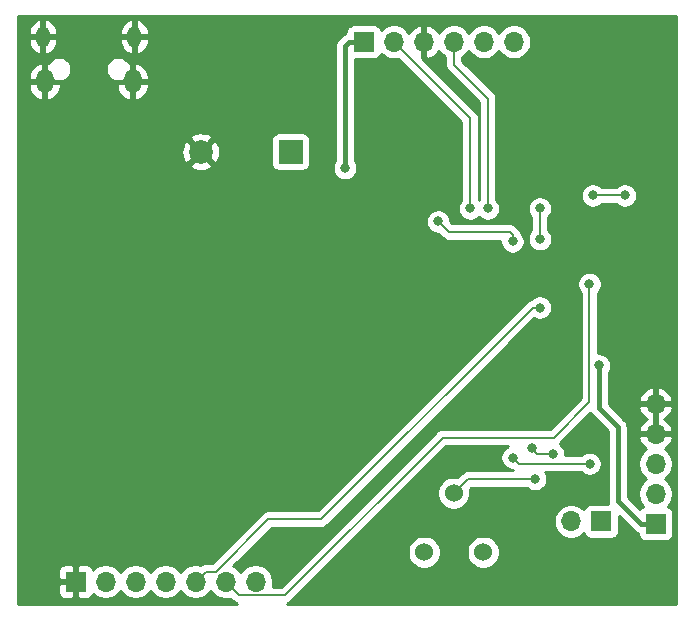
<source format=gbr>
G04 #@! TF.GenerationSoftware,KiCad,Pcbnew,5.1.5-52549c5~84~ubuntu18.04.1*
G04 #@! TF.CreationDate,2020-02-13T09:09:10+01:00*
G04 #@! TF.ProjectId,project,70726f6a-6563-4742-9e6b-696361645f70,rev?*
G04 #@! TF.SameCoordinates,Original*
G04 #@! TF.FileFunction,Copper,L2,Bot*
G04 #@! TF.FilePolarity,Positive*
%FSLAX46Y46*%
G04 Gerber Fmt 4.6, Leading zero omitted, Abs format (unit mm)*
G04 Created by KiCad (PCBNEW 5.1.5-52549c5~84~ubuntu18.04.1) date 2020-02-13 09:09:10*
%MOMM*%
%LPD*%
G04 APERTURE LIST*
%ADD10O,1.700000X1.700000*%
%ADD11R,1.700000X1.700000*%
%ADD12C,2.000000*%
%ADD13R,2.000000X2.000000*%
%ADD14O,1.150000X1.800000*%
%ADD15O,1.450000X2.000000*%
%ADD16C,1.524000*%
%ADD17C,0.800000*%
%ADD18C,0.400000*%
%ADD19C,0.200000*%
%ADD20C,0.254000*%
G04 APERTURE END LIST*
D10*
X98100000Y-67940000D03*
X98100000Y-70480000D03*
X98100000Y-73020000D03*
X98100000Y-75560000D03*
D11*
X98100000Y-78100000D03*
D10*
X64240000Y-83000000D03*
X61700000Y-83000000D03*
X59160000Y-83000000D03*
X56620000Y-83000000D03*
X54080000Y-83000000D03*
X51540000Y-83000000D03*
D11*
X49000000Y-83000000D03*
D10*
X90960000Y-77900000D03*
D11*
X93500000Y-77900000D03*
D10*
X86100000Y-37300000D03*
X83560000Y-37300000D03*
X81020000Y-37300000D03*
X78480000Y-37300000D03*
X75940000Y-37300000D03*
D11*
X73400000Y-37300000D03*
D12*
X59600000Y-46600000D03*
D13*
X67200000Y-46600000D03*
D14*
X46225000Y-36850000D03*
X53975000Y-36850000D03*
D15*
X46375000Y-40650000D03*
X53825000Y-40650000D03*
D16*
X78500000Y-80500000D03*
X83500000Y-80500000D03*
X81000000Y-75500000D03*
D17*
X81500000Y-58200000D03*
X76400000Y-51600000D03*
X89800000Y-35800000D03*
X96900000Y-39200000D03*
X88300000Y-64100000D03*
X75000000Y-62100000D03*
X75100000Y-58600000D03*
X93300000Y-64700000D03*
X71800000Y-48000000D03*
X88300000Y-51400000D03*
X88300000Y-54000000D03*
X83900000Y-51400000D03*
X82400000Y-51400000D03*
X92500000Y-57800000D03*
X88300000Y-59800000D03*
X92520000Y-73020000D03*
X86000000Y-72500000D03*
X89400000Y-72200000D03*
X87600000Y-71700000D03*
X79700000Y-52500000D03*
X86000000Y-54200000D03*
X92800000Y-50300000D03*
X95500000Y-50300000D03*
X87900000Y-74300000D03*
D18*
X93300000Y-64700000D02*
X93300000Y-68300000D01*
X93300000Y-68300000D02*
X94900000Y-69900000D01*
X96850000Y-78100000D02*
X98100000Y-78100000D01*
X94900000Y-76150000D02*
X96850000Y-78100000D01*
X94900000Y-69900000D02*
X94900000Y-76150000D01*
X72150000Y-37300000D02*
X73400000Y-37300000D01*
X71800000Y-37650000D02*
X72150000Y-37300000D01*
X71800000Y-48000000D02*
X71800000Y-37650000D01*
D19*
X88300000Y-51400000D02*
X88300000Y-54000000D01*
X83900000Y-51400000D02*
X83900000Y-42100000D01*
X81020000Y-39220000D02*
X81020000Y-37300000D01*
X83900000Y-42100000D02*
X81020000Y-39220000D01*
X82400000Y-43760000D02*
X82400000Y-51400000D01*
X75940000Y-37300000D02*
X82400000Y-43760000D01*
X92500000Y-67800000D02*
X92500000Y-57800000D01*
X89500000Y-70800000D02*
X92500000Y-67800000D01*
X80077998Y-70800000D02*
X89500000Y-70800000D01*
X66727997Y-84150001D02*
X80077998Y-70800000D01*
X62850001Y-84150001D02*
X66727997Y-84150001D01*
X61700000Y-83000000D02*
X62850001Y-84150001D01*
X69800000Y-77700000D02*
X87700000Y-59800000D01*
X87700000Y-59800000D02*
X88300000Y-59800000D01*
X65297998Y-77700000D02*
X69800000Y-77700000D01*
X60847997Y-82150001D02*
X65297998Y-77700000D01*
X60009999Y-82150001D02*
X60847997Y-82150001D01*
X59160000Y-83000000D02*
X60009999Y-82150001D01*
X92520000Y-73020000D02*
X86520000Y-73020000D01*
X86520000Y-73020000D02*
X86000000Y-72500000D01*
X89400000Y-72200000D02*
X88100000Y-72200000D01*
X88100000Y-72200000D02*
X87600000Y-71700000D01*
X86000000Y-54200000D02*
X86000000Y-53634315D01*
X86000000Y-53634315D02*
X85765685Y-53400000D01*
X85765685Y-53400000D02*
X80600000Y-53400000D01*
X80600000Y-53400000D02*
X79700000Y-52500000D01*
X92800000Y-50300000D02*
X95500000Y-50300000D01*
X82200000Y-74300000D02*
X81000000Y-75500000D01*
X87900000Y-74300000D02*
X82200000Y-74300000D01*
D20*
G36*
X99873000Y-84873000D02*
G01*
X66876585Y-84873000D01*
X67010630Y-84832338D01*
X67138317Y-84764088D01*
X67250235Y-84672239D01*
X67273256Y-84644188D01*
X71555036Y-80362408D01*
X77103000Y-80362408D01*
X77103000Y-80637592D01*
X77156686Y-80907490D01*
X77261995Y-81161727D01*
X77414880Y-81390535D01*
X77609465Y-81585120D01*
X77838273Y-81738005D01*
X78092510Y-81843314D01*
X78362408Y-81897000D01*
X78637592Y-81897000D01*
X78907490Y-81843314D01*
X79161727Y-81738005D01*
X79390535Y-81585120D01*
X79585120Y-81390535D01*
X79738005Y-81161727D01*
X79843314Y-80907490D01*
X79897000Y-80637592D01*
X79897000Y-80362408D01*
X82103000Y-80362408D01*
X82103000Y-80637592D01*
X82156686Y-80907490D01*
X82261995Y-81161727D01*
X82414880Y-81390535D01*
X82609465Y-81585120D01*
X82838273Y-81738005D01*
X83092510Y-81843314D01*
X83362408Y-81897000D01*
X83637592Y-81897000D01*
X83907490Y-81843314D01*
X84161727Y-81738005D01*
X84390535Y-81585120D01*
X84585120Y-81390535D01*
X84738005Y-81161727D01*
X84843314Y-80907490D01*
X84897000Y-80637592D01*
X84897000Y-80362408D01*
X84843314Y-80092510D01*
X84738005Y-79838273D01*
X84585120Y-79609465D01*
X84390535Y-79414880D01*
X84161727Y-79261995D01*
X83907490Y-79156686D01*
X83637592Y-79103000D01*
X83362408Y-79103000D01*
X83092510Y-79156686D01*
X82838273Y-79261995D01*
X82609465Y-79414880D01*
X82414880Y-79609465D01*
X82261995Y-79838273D01*
X82156686Y-80092510D01*
X82103000Y-80362408D01*
X79897000Y-80362408D01*
X79843314Y-80092510D01*
X79738005Y-79838273D01*
X79585120Y-79609465D01*
X79390535Y-79414880D01*
X79161727Y-79261995D01*
X78907490Y-79156686D01*
X78637592Y-79103000D01*
X78362408Y-79103000D01*
X78092510Y-79156686D01*
X77838273Y-79261995D01*
X77609465Y-79414880D01*
X77414880Y-79609465D01*
X77261995Y-79838273D01*
X77156686Y-80092510D01*
X77103000Y-80362408D01*
X71555036Y-80362408D01*
X80382445Y-71535000D01*
X85625131Y-71535000D01*
X85509744Y-71582795D01*
X85340226Y-71696063D01*
X85196063Y-71840226D01*
X85082795Y-72009744D01*
X85004774Y-72198102D01*
X84965000Y-72398061D01*
X84965000Y-72601939D01*
X85004774Y-72801898D01*
X85082795Y-72990256D01*
X85196063Y-73159774D01*
X85340226Y-73303937D01*
X85509744Y-73417205D01*
X85698102Y-73495226D01*
X85898061Y-73535000D01*
X85991822Y-73535000D01*
X85997762Y-73542238D01*
X86025497Y-73565000D01*
X82236094Y-73565000D01*
X82199999Y-73561445D01*
X82163904Y-73565000D01*
X82163895Y-73565000D01*
X82055915Y-73575635D01*
X81917367Y-73617663D01*
X81789680Y-73685913D01*
X81677762Y-73777762D01*
X81654746Y-73805807D01*
X81321059Y-74139494D01*
X81137592Y-74103000D01*
X80862408Y-74103000D01*
X80592510Y-74156686D01*
X80338273Y-74261995D01*
X80109465Y-74414880D01*
X79914880Y-74609465D01*
X79761995Y-74838273D01*
X79656686Y-75092510D01*
X79603000Y-75362408D01*
X79603000Y-75637592D01*
X79656686Y-75907490D01*
X79761995Y-76161727D01*
X79914880Y-76390535D01*
X80109465Y-76585120D01*
X80338273Y-76738005D01*
X80592510Y-76843314D01*
X80862408Y-76897000D01*
X81137592Y-76897000D01*
X81407490Y-76843314D01*
X81661727Y-76738005D01*
X81890535Y-76585120D01*
X82085120Y-76390535D01*
X82238005Y-76161727D01*
X82343314Y-75907490D01*
X82397000Y-75637592D01*
X82397000Y-75362408D01*
X82360506Y-75178941D01*
X82504447Y-75035000D01*
X87171289Y-75035000D01*
X87240226Y-75103937D01*
X87409744Y-75217205D01*
X87598102Y-75295226D01*
X87798061Y-75335000D01*
X88001939Y-75335000D01*
X88201898Y-75295226D01*
X88390256Y-75217205D01*
X88559774Y-75103937D01*
X88703937Y-74959774D01*
X88817205Y-74790256D01*
X88895226Y-74601898D01*
X88935000Y-74401939D01*
X88935000Y-74198061D01*
X88895226Y-73998102D01*
X88817205Y-73809744D01*
X88780626Y-73755000D01*
X91791289Y-73755000D01*
X91860226Y-73823937D01*
X92029744Y-73937205D01*
X92218102Y-74015226D01*
X92418061Y-74055000D01*
X92621939Y-74055000D01*
X92821898Y-74015226D01*
X93010256Y-73937205D01*
X93179774Y-73823937D01*
X93323937Y-73679774D01*
X93437205Y-73510256D01*
X93515226Y-73321898D01*
X93555000Y-73121939D01*
X93555000Y-72918061D01*
X93515226Y-72718102D01*
X93437205Y-72529744D01*
X93323937Y-72360226D01*
X93179774Y-72216063D01*
X93010256Y-72102795D01*
X92821898Y-72024774D01*
X92621939Y-71985000D01*
X92418061Y-71985000D01*
X92218102Y-72024774D01*
X92029744Y-72102795D01*
X91860226Y-72216063D01*
X91791289Y-72285000D01*
X90435000Y-72285000D01*
X90435000Y-72098061D01*
X90395226Y-71898102D01*
X90317205Y-71709744D01*
X90203937Y-71540226D01*
X90059774Y-71396063D01*
X89989499Y-71349107D01*
X90022238Y-71322238D01*
X90045259Y-71294187D01*
X92592241Y-68747206D01*
X92602364Y-68766145D01*
X92602365Y-68766146D01*
X92706710Y-68893291D01*
X92738574Y-68919441D01*
X94065000Y-70245869D01*
X94065001Y-76108972D01*
X94060960Y-76150000D01*
X94077082Y-76313688D01*
X94106883Y-76411928D01*
X92650000Y-76411928D01*
X92525518Y-76424188D01*
X92405820Y-76460498D01*
X92295506Y-76519463D01*
X92198815Y-76598815D01*
X92119463Y-76695506D01*
X92060498Y-76805820D01*
X92038487Y-76878380D01*
X91906632Y-76746525D01*
X91663411Y-76584010D01*
X91393158Y-76472068D01*
X91106260Y-76415000D01*
X90813740Y-76415000D01*
X90526842Y-76472068D01*
X90256589Y-76584010D01*
X90013368Y-76746525D01*
X89806525Y-76953368D01*
X89644010Y-77196589D01*
X89532068Y-77466842D01*
X89475000Y-77753740D01*
X89475000Y-78046260D01*
X89532068Y-78333158D01*
X89644010Y-78603411D01*
X89806525Y-78846632D01*
X90013368Y-79053475D01*
X90256589Y-79215990D01*
X90526842Y-79327932D01*
X90813740Y-79385000D01*
X91106260Y-79385000D01*
X91393158Y-79327932D01*
X91663411Y-79215990D01*
X91906632Y-79053475D01*
X92038487Y-78921620D01*
X92060498Y-78994180D01*
X92119463Y-79104494D01*
X92198815Y-79201185D01*
X92295506Y-79280537D01*
X92405820Y-79339502D01*
X92525518Y-79375812D01*
X92650000Y-79388072D01*
X94350000Y-79388072D01*
X94474482Y-79375812D01*
X94594180Y-79339502D01*
X94704494Y-79280537D01*
X94801185Y-79201185D01*
X94880537Y-79104494D01*
X94939502Y-78994180D01*
X94975812Y-78874482D01*
X94988072Y-78750000D01*
X94988072Y-77418939D01*
X96230559Y-78661427D01*
X96256709Y-78693291D01*
X96383854Y-78797636D01*
X96528913Y-78875172D01*
X96611928Y-78900354D01*
X96611928Y-78950000D01*
X96624188Y-79074482D01*
X96660498Y-79194180D01*
X96719463Y-79304494D01*
X96798815Y-79401185D01*
X96895506Y-79480537D01*
X97005820Y-79539502D01*
X97125518Y-79575812D01*
X97250000Y-79588072D01*
X98950000Y-79588072D01*
X99074482Y-79575812D01*
X99194180Y-79539502D01*
X99304494Y-79480537D01*
X99401185Y-79401185D01*
X99480537Y-79304494D01*
X99539502Y-79194180D01*
X99575812Y-79074482D01*
X99588072Y-78950000D01*
X99588072Y-77250000D01*
X99575812Y-77125518D01*
X99539502Y-77005820D01*
X99480537Y-76895506D01*
X99401185Y-76798815D01*
X99304494Y-76719463D01*
X99194180Y-76660498D01*
X99121620Y-76638487D01*
X99253475Y-76506632D01*
X99415990Y-76263411D01*
X99527932Y-75993158D01*
X99585000Y-75706260D01*
X99585000Y-75413740D01*
X99527932Y-75126842D01*
X99415990Y-74856589D01*
X99253475Y-74613368D01*
X99046632Y-74406525D01*
X98872240Y-74290000D01*
X99046632Y-74173475D01*
X99253475Y-73966632D01*
X99415990Y-73723411D01*
X99527932Y-73453158D01*
X99585000Y-73166260D01*
X99585000Y-72873740D01*
X99527932Y-72586842D01*
X99415990Y-72316589D01*
X99253475Y-72073368D01*
X99046632Y-71866525D01*
X98864466Y-71744805D01*
X98981355Y-71675178D01*
X99197588Y-71480269D01*
X99371641Y-71246920D01*
X99496825Y-70984099D01*
X99541476Y-70836890D01*
X99420155Y-70607000D01*
X98227000Y-70607000D01*
X98227000Y-70627000D01*
X97973000Y-70627000D01*
X97973000Y-70607000D01*
X96779845Y-70607000D01*
X96658524Y-70836890D01*
X96703175Y-70984099D01*
X96828359Y-71246920D01*
X97002412Y-71480269D01*
X97218645Y-71675178D01*
X97335534Y-71744805D01*
X97153368Y-71866525D01*
X96946525Y-72073368D01*
X96784010Y-72316589D01*
X96672068Y-72586842D01*
X96615000Y-72873740D01*
X96615000Y-73166260D01*
X96672068Y-73453158D01*
X96784010Y-73723411D01*
X96946525Y-73966632D01*
X97153368Y-74173475D01*
X97327760Y-74290000D01*
X97153368Y-74406525D01*
X96946525Y-74613368D01*
X96784010Y-74856589D01*
X96672068Y-75126842D01*
X96615000Y-75413740D01*
X96615000Y-75706260D01*
X96672068Y-75993158D01*
X96784010Y-76263411D01*
X96946525Y-76506632D01*
X97078380Y-76638487D01*
X97005820Y-76660498D01*
X96895506Y-76719463D01*
X96798815Y-76798815D01*
X96767653Y-76836786D01*
X95735000Y-75804133D01*
X95735000Y-69941018D01*
X95739040Y-69900000D01*
X95722918Y-69736312D01*
X95675172Y-69578913D01*
X95597636Y-69433854D01*
X95519439Y-69338570D01*
X95519437Y-69338568D01*
X95493291Y-69306709D01*
X95461433Y-69280564D01*
X94477758Y-68296890D01*
X96658524Y-68296890D01*
X96703175Y-68444099D01*
X96828359Y-68706920D01*
X97002412Y-68940269D01*
X97218645Y-69135178D01*
X97344255Y-69210000D01*
X97218645Y-69284822D01*
X97002412Y-69479731D01*
X96828359Y-69713080D01*
X96703175Y-69975901D01*
X96658524Y-70123110D01*
X96779845Y-70353000D01*
X97973000Y-70353000D01*
X97973000Y-68067000D01*
X98227000Y-68067000D01*
X98227000Y-70353000D01*
X99420155Y-70353000D01*
X99541476Y-70123110D01*
X99496825Y-69975901D01*
X99371641Y-69713080D01*
X99197588Y-69479731D01*
X98981355Y-69284822D01*
X98855745Y-69210000D01*
X98981355Y-69135178D01*
X99197588Y-68940269D01*
X99371641Y-68706920D01*
X99496825Y-68444099D01*
X99541476Y-68296890D01*
X99420155Y-68067000D01*
X98227000Y-68067000D01*
X97973000Y-68067000D01*
X96779845Y-68067000D01*
X96658524Y-68296890D01*
X94477758Y-68296890D01*
X94135000Y-67954133D01*
X94135000Y-67583110D01*
X96658524Y-67583110D01*
X96779845Y-67813000D01*
X97973000Y-67813000D01*
X97973000Y-66619186D01*
X98227000Y-66619186D01*
X98227000Y-67813000D01*
X99420155Y-67813000D01*
X99541476Y-67583110D01*
X99496825Y-67435901D01*
X99371641Y-67173080D01*
X99197588Y-66939731D01*
X98981355Y-66744822D01*
X98731252Y-66595843D01*
X98456891Y-66498519D01*
X98227000Y-66619186D01*
X97973000Y-66619186D01*
X97743109Y-66498519D01*
X97468748Y-66595843D01*
X97218645Y-66744822D01*
X97002412Y-66939731D01*
X96828359Y-67173080D01*
X96703175Y-67435901D01*
X96658524Y-67583110D01*
X94135000Y-67583110D01*
X94135000Y-65313285D01*
X94217205Y-65190256D01*
X94295226Y-65001898D01*
X94335000Y-64801939D01*
X94335000Y-64598061D01*
X94295226Y-64398102D01*
X94217205Y-64209744D01*
X94103937Y-64040226D01*
X93959774Y-63896063D01*
X93790256Y-63782795D01*
X93601898Y-63704774D01*
X93401939Y-63665000D01*
X93235000Y-63665000D01*
X93235000Y-58528711D01*
X93303937Y-58459774D01*
X93417205Y-58290256D01*
X93495226Y-58101898D01*
X93535000Y-57901939D01*
X93535000Y-57698061D01*
X93495226Y-57498102D01*
X93417205Y-57309744D01*
X93303937Y-57140226D01*
X93159774Y-56996063D01*
X92990256Y-56882795D01*
X92801898Y-56804774D01*
X92601939Y-56765000D01*
X92398061Y-56765000D01*
X92198102Y-56804774D01*
X92009744Y-56882795D01*
X91840226Y-56996063D01*
X91696063Y-57140226D01*
X91582795Y-57309744D01*
X91504774Y-57498102D01*
X91465000Y-57698061D01*
X91465000Y-57901939D01*
X91504774Y-58101898D01*
X91582795Y-58290256D01*
X91696063Y-58459774D01*
X91765001Y-58528712D01*
X91765000Y-67495553D01*
X89195554Y-70065000D01*
X80114092Y-70065000D01*
X80077997Y-70061445D01*
X80041902Y-70065000D01*
X80041893Y-70065000D01*
X79933913Y-70075635D01*
X79795365Y-70117663D01*
X79667678Y-70185913D01*
X79555760Y-70277762D01*
X79532744Y-70305807D01*
X66423551Y-83415001D01*
X65671544Y-83415001D01*
X65725000Y-83146260D01*
X65725000Y-82853740D01*
X65667932Y-82566842D01*
X65555990Y-82296589D01*
X65393475Y-82053368D01*
X65186632Y-81846525D01*
X64943411Y-81684010D01*
X64673158Y-81572068D01*
X64386260Y-81515000D01*
X64093740Y-81515000D01*
X63806842Y-81572068D01*
X63536589Y-81684010D01*
X63293368Y-81846525D01*
X63086525Y-82053368D01*
X62970000Y-82227760D01*
X62853475Y-82053368D01*
X62646632Y-81846525D01*
X62403411Y-81684010D01*
X62368072Y-81669372D01*
X65602445Y-78435000D01*
X69763895Y-78435000D01*
X69800000Y-78438556D01*
X69836105Y-78435000D01*
X69944085Y-78424365D01*
X70082633Y-78382337D01*
X70210320Y-78314087D01*
X70322238Y-78222238D01*
X70345259Y-78194187D01*
X87818581Y-60720866D01*
X87998102Y-60795226D01*
X88198061Y-60835000D01*
X88401939Y-60835000D01*
X88601898Y-60795226D01*
X88790256Y-60717205D01*
X88959774Y-60603937D01*
X89103937Y-60459774D01*
X89217205Y-60290256D01*
X89295226Y-60101898D01*
X89335000Y-59901939D01*
X89335000Y-59698061D01*
X89295226Y-59498102D01*
X89217205Y-59309744D01*
X89103937Y-59140226D01*
X88959774Y-58996063D01*
X88790256Y-58882795D01*
X88601898Y-58804774D01*
X88401939Y-58765000D01*
X88198061Y-58765000D01*
X87998102Y-58804774D01*
X87809744Y-58882795D01*
X87640226Y-58996063D01*
X87561172Y-59075117D01*
X87555915Y-59075635D01*
X87417367Y-59117663D01*
X87289680Y-59185913D01*
X87177762Y-59277762D01*
X87154746Y-59305807D01*
X69495554Y-76965000D01*
X65334103Y-76965000D01*
X65297998Y-76961444D01*
X65261893Y-76965000D01*
X65153913Y-76975635D01*
X65015365Y-77017663D01*
X64887678Y-77085913D01*
X64775760Y-77177762D01*
X64752744Y-77205807D01*
X60543551Y-81415001D01*
X60046095Y-81415001D01*
X60009998Y-81411446D01*
X59973901Y-81415001D01*
X59973894Y-81415001D01*
X59880131Y-81424236D01*
X59865913Y-81425636D01*
X59823885Y-81438385D01*
X59727366Y-81467664D01*
X59599679Y-81535914D01*
X59562948Y-81566059D01*
X59306260Y-81515000D01*
X59013740Y-81515000D01*
X58726842Y-81572068D01*
X58456589Y-81684010D01*
X58213368Y-81846525D01*
X58006525Y-82053368D01*
X57890000Y-82227760D01*
X57773475Y-82053368D01*
X57566632Y-81846525D01*
X57323411Y-81684010D01*
X57053158Y-81572068D01*
X56766260Y-81515000D01*
X56473740Y-81515000D01*
X56186842Y-81572068D01*
X55916589Y-81684010D01*
X55673368Y-81846525D01*
X55466525Y-82053368D01*
X55350000Y-82227760D01*
X55233475Y-82053368D01*
X55026632Y-81846525D01*
X54783411Y-81684010D01*
X54513158Y-81572068D01*
X54226260Y-81515000D01*
X53933740Y-81515000D01*
X53646842Y-81572068D01*
X53376589Y-81684010D01*
X53133368Y-81846525D01*
X52926525Y-82053368D01*
X52810000Y-82227760D01*
X52693475Y-82053368D01*
X52486632Y-81846525D01*
X52243411Y-81684010D01*
X51973158Y-81572068D01*
X51686260Y-81515000D01*
X51393740Y-81515000D01*
X51106842Y-81572068D01*
X50836589Y-81684010D01*
X50593368Y-81846525D01*
X50461513Y-81978380D01*
X50439502Y-81905820D01*
X50380537Y-81795506D01*
X50301185Y-81698815D01*
X50204494Y-81619463D01*
X50094180Y-81560498D01*
X49974482Y-81524188D01*
X49850000Y-81511928D01*
X49285750Y-81515000D01*
X49127000Y-81673750D01*
X49127000Y-82873000D01*
X49147000Y-82873000D01*
X49147000Y-83127000D01*
X49127000Y-83127000D01*
X49127000Y-84326250D01*
X49285750Y-84485000D01*
X49850000Y-84488072D01*
X49974482Y-84475812D01*
X50094180Y-84439502D01*
X50204494Y-84380537D01*
X50301185Y-84301185D01*
X50380537Y-84204494D01*
X50439502Y-84094180D01*
X50461513Y-84021620D01*
X50593368Y-84153475D01*
X50836589Y-84315990D01*
X51106842Y-84427932D01*
X51393740Y-84485000D01*
X51686260Y-84485000D01*
X51973158Y-84427932D01*
X52243411Y-84315990D01*
X52486632Y-84153475D01*
X52693475Y-83946632D01*
X52810000Y-83772240D01*
X52926525Y-83946632D01*
X53133368Y-84153475D01*
X53376589Y-84315990D01*
X53646842Y-84427932D01*
X53933740Y-84485000D01*
X54226260Y-84485000D01*
X54513158Y-84427932D01*
X54783411Y-84315990D01*
X55026632Y-84153475D01*
X55233475Y-83946632D01*
X55350000Y-83772240D01*
X55466525Y-83946632D01*
X55673368Y-84153475D01*
X55916589Y-84315990D01*
X56186842Y-84427932D01*
X56473740Y-84485000D01*
X56766260Y-84485000D01*
X57053158Y-84427932D01*
X57323411Y-84315990D01*
X57566632Y-84153475D01*
X57773475Y-83946632D01*
X57890000Y-83772240D01*
X58006525Y-83946632D01*
X58213368Y-84153475D01*
X58456589Y-84315990D01*
X58726842Y-84427932D01*
X59013740Y-84485000D01*
X59306260Y-84485000D01*
X59593158Y-84427932D01*
X59863411Y-84315990D01*
X60106632Y-84153475D01*
X60313475Y-83946632D01*
X60430000Y-83772240D01*
X60546525Y-83946632D01*
X60753368Y-84153475D01*
X60996589Y-84315990D01*
X61266842Y-84427932D01*
X61553740Y-84485000D01*
X61846260Y-84485000D01*
X62095897Y-84435344D01*
X62304747Y-84644194D01*
X62327763Y-84672239D01*
X62439681Y-84764088D01*
X62567368Y-84832338D01*
X62663887Y-84861617D01*
X62701412Y-84873000D01*
X44127000Y-84873000D01*
X44127000Y-83850000D01*
X47511928Y-83850000D01*
X47524188Y-83974482D01*
X47560498Y-84094180D01*
X47619463Y-84204494D01*
X47698815Y-84301185D01*
X47795506Y-84380537D01*
X47905820Y-84439502D01*
X48025518Y-84475812D01*
X48150000Y-84488072D01*
X48714250Y-84485000D01*
X48873000Y-84326250D01*
X48873000Y-83127000D01*
X47673750Y-83127000D01*
X47515000Y-83285750D01*
X47511928Y-83850000D01*
X44127000Y-83850000D01*
X44127000Y-82150000D01*
X47511928Y-82150000D01*
X47515000Y-82714250D01*
X47673750Y-82873000D01*
X48873000Y-82873000D01*
X48873000Y-81673750D01*
X48714250Y-81515000D01*
X48150000Y-81511928D01*
X48025518Y-81524188D01*
X47905820Y-81560498D01*
X47795506Y-81619463D01*
X47698815Y-81698815D01*
X47619463Y-81795506D01*
X47560498Y-81905820D01*
X47524188Y-82025518D01*
X47511928Y-82150000D01*
X44127000Y-82150000D01*
X44127000Y-52398061D01*
X78665000Y-52398061D01*
X78665000Y-52601939D01*
X78704774Y-52801898D01*
X78782795Y-52990256D01*
X78896063Y-53159774D01*
X79040226Y-53303937D01*
X79209744Y-53417205D01*
X79398102Y-53495226D01*
X79598061Y-53535000D01*
X79695553Y-53535000D01*
X80054746Y-53894193D01*
X80077762Y-53922238D01*
X80189680Y-54014087D01*
X80317367Y-54082337D01*
X80455915Y-54124365D01*
X80563895Y-54135000D01*
X80563904Y-54135000D01*
X80599999Y-54138555D01*
X80636094Y-54135000D01*
X84965000Y-54135000D01*
X84965000Y-54301939D01*
X85004774Y-54501898D01*
X85082795Y-54690256D01*
X85196063Y-54859774D01*
X85340226Y-55003937D01*
X85509744Y-55117205D01*
X85698102Y-55195226D01*
X85898061Y-55235000D01*
X86101939Y-55235000D01*
X86301898Y-55195226D01*
X86490256Y-55117205D01*
X86659774Y-55003937D01*
X86803937Y-54859774D01*
X86917205Y-54690256D01*
X86995226Y-54501898D01*
X87035000Y-54301939D01*
X87035000Y-54098061D01*
X86995226Y-53898102D01*
X86917205Y-53709744D01*
X86803937Y-53540226D01*
X86711487Y-53447776D01*
X86682337Y-53351682D01*
X86614087Y-53223995D01*
X86522238Y-53112077D01*
X86494187Y-53089056D01*
X86310944Y-52905813D01*
X86287923Y-52877762D01*
X86176005Y-52785913D01*
X86048318Y-52717663D01*
X85909770Y-52675635D01*
X85801790Y-52665000D01*
X85765685Y-52661444D01*
X85729580Y-52665000D01*
X80904447Y-52665000D01*
X80735000Y-52495553D01*
X80735000Y-52398061D01*
X80695226Y-52198102D01*
X80617205Y-52009744D01*
X80503937Y-51840226D01*
X80359774Y-51696063D01*
X80190256Y-51582795D01*
X80001898Y-51504774D01*
X79801939Y-51465000D01*
X79598061Y-51465000D01*
X79398102Y-51504774D01*
X79209744Y-51582795D01*
X79040226Y-51696063D01*
X78896063Y-51840226D01*
X78782795Y-52009744D01*
X78704774Y-52198102D01*
X78665000Y-52398061D01*
X44127000Y-52398061D01*
X44127000Y-47735413D01*
X58644192Y-47735413D01*
X58739956Y-47999814D01*
X59029571Y-48140704D01*
X59341108Y-48222384D01*
X59662595Y-48241718D01*
X59981675Y-48197961D01*
X60286088Y-48092795D01*
X60460044Y-47999814D01*
X60555808Y-47735413D01*
X59600000Y-46779605D01*
X58644192Y-47735413D01*
X44127000Y-47735413D01*
X44127000Y-46662595D01*
X57958282Y-46662595D01*
X58002039Y-46981675D01*
X58107205Y-47286088D01*
X58200186Y-47460044D01*
X58464587Y-47555808D01*
X59420395Y-46600000D01*
X59779605Y-46600000D01*
X60735413Y-47555808D01*
X60999814Y-47460044D01*
X61140704Y-47170429D01*
X61222384Y-46858892D01*
X61241718Y-46537405D01*
X61197961Y-46218325D01*
X61092795Y-45913912D01*
X60999814Y-45739956D01*
X60735413Y-45644192D01*
X59779605Y-46600000D01*
X59420395Y-46600000D01*
X58464587Y-45644192D01*
X58200186Y-45739956D01*
X58059296Y-46029571D01*
X57977616Y-46341108D01*
X57958282Y-46662595D01*
X44127000Y-46662595D01*
X44127000Y-45464587D01*
X58644192Y-45464587D01*
X59600000Y-46420395D01*
X60420395Y-45600000D01*
X65561928Y-45600000D01*
X65561928Y-47600000D01*
X65574188Y-47724482D01*
X65610498Y-47844180D01*
X65669463Y-47954494D01*
X65748815Y-48051185D01*
X65845506Y-48130537D01*
X65955820Y-48189502D01*
X66075518Y-48225812D01*
X66200000Y-48238072D01*
X68200000Y-48238072D01*
X68324482Y-48225812D01*
X68444180Y-48189502D01*
X68554494Y-48130537D01*
X68651185Y-48051185D01*
X68730537Y-47954494D01*
X68760701Y-47898061D01*
X70765000Y-47898061D01*
X70765000Y-48101939D01*
X70804774Y-48301898D01*
X70882795Y-48490256D01*
X70996063Y-48659774D01*
X71140226Y-48803937D01*
X71309744Y-48917205D01*
X71498102Y-48995226D01*
X71698061Y-49035000D01*
X71901939Y-49035000D01*
X72101898Y-48995226D01*
X72290256Y-48917205D01*
X72459774Y-48803937D01*
X72603937Y-48659774D01*
X72717205Y-48490256D01*
X72795226Y-48301898D01*
X72835000Y-48101939D01*
X72835000Y-47898061D01*
X72795226Y-47698102D01*
X72717205Y-47509744D01*
X72635000Y-47386715D01*
X72635000Y-38788072D01*
X74250000Y-38788072D01*
X74374482Y-38775812D01*
X74494180Y-38739502D01*
X74604494Y-38680537D01*
X74701185Y-38601185D01*
X74780537Y-38504494D01*
X74839502Y-38394180D01*
X74861513Y-38321620D01*
X74993368Y-38453475D01*
X75236589Y-38615990D01*
X75506842Y-38727932D01*
X75793740Y-38785000D01*
X76086260Y-38785000D01*
X76335897Y-38735344D01*
X81665000Y-44064447D01*
X81665001Y-50671288D01*
X81596063Y-50740226D01*
X81482795Y-50909744D01*
X81404774Y-51098102D01*
X81365000Y-51298061D01*
X81365000Y-51501939D01*
X81404774Y-51701898D01*
X81482795Y-51890256D01*
X81596063Y-52059774D01*
X81740226Y-52203937D01*
X81909744Y-52317205D01*
X82098102Y-52395226D01*
X82298061Y-52435000D01*
X82501939Y-52435000D01*
X82701898Y-52395226D01*
X82890256Y-52317205D01*
X83059774Y-52203937D01*
X83150000Y-52113711D01*
X83240226Y-52203937D01*
X83409744Y-52317205D01*
X83598102Y-52395226D01*
X83798061Y-52435000D01*
X84001939Y-52435000D01*
X84201898Y-52395226D01*
X84390256Y-52317205D01*
X84559774Y-52203937D01*
X84703937Y-52059774D01*
X84817205Y-51890256D01*
X84895226Y-51701898D01*
X84935000Y-51501939D01*
X84935000Y-51298061D01*
X87265000Y-51298061D01*
X87265000Y-51501939D01*
X87304774Y-51701898D01*
X87382795Y-51890256D01*
X87496063Y-52059774D01*
X87565000Y-52128711D01*
X87565001Y-53271288D01*
X87496063Y-53340226D01*
X87382795Y-53509744D01*
X87304774Y-53698102D01*
X87265000Y-53898061D01*
X87265000Y-54101939D01*
X87304774Y-54301898D01*
X87382795Y-54490256D01*
X87496063Y-54659774D01*
X87640226Y-54803937D01*
X87809744Y-54917205D01*
X87998102Y-54995226D01*
X88198061Y-55035000D01*
X88401939Y-55035000D01*
X88601898Y-54995226D01*
X88790256Y-54917205D01*
X88959774Y-54803937D01*
X89103937Y-54659774D01*
X89217205Y-54490256D01*
X89295226Y-54301898D01*
X89335000Y-54101939D01*
X89335000Y-53898061D01*
X89295226Y-53698102D01*
X89217205Y-53509744D01*
X89103937Y-53340226D01*
X89035000Y-53271289D01*
X89035000Y-52128711D01*
X89103937Y-52059774D01*
X89217205Y-51890256D01*
X89295226Y-51701898D01*
X89335000Y-51501939D01*
X89335000Y-51298061D01*
X89295226Y-51098102D01*
X89217205Y-50909744D01*
X89103937Y-50740226D01*
X88959774Y-50596063D01*
X88790256Y-50482795D01*
X88601898Y-50404774D01*
X88401939Y-50365000D01*
X88198061Y-50365000D01*
X87998102Y-50404774D01*
X87809744Y-50482795D01*
X87640226Y-50596063D01*
X87496063Y-50740226D01*
X87382795Y-50909744D01*
X87304774Y-51098102D01*
X87265000Y-51298061D01*
X84935000Y-51298061D01*
X84895226Y-51098102D01*
X84817205Y-50909744D01*
X84703937Y-50740226D01*
X84635000Y-50671289D01*
X84635000Y-50198061D01*
X91765000Y-50198061D01*
X91765000Y-50401939D01*
X91804774Y-50601898D01*
X91882795Y-50790256D01*
X91996063Y-50959774D01*
X92140226Y-51103937D01*
X92309744Y-51217205D01*
X92498102Y-51295226D01*
X92698061Y-51335000D01*
X92901939Y-51335000D01*
X93101898Y-51295226D01*
X93290256Y-51217205D01*
X93459774Y-51103937D01*
X93528711Y-51035000D01*
X94771289Y-51035000D01*
X94840226Y-51103937D01*
X95009744Y-51217205D01*
X95198102Y-51295226D01*
X95398061Y-51335000D01*
X95601939Y-51335000D01*
X95801898Y-51295226D01*
X95990256Y-51217205D01*
X96159774Y-51103937D01*
X96303937Y-50959774D01*
X96417205Y-50790256D01*
X96495226Y-50601898D01*
X96535000Y-50401939D01*
X96535000Y-50198061D01*
X96495226Y-49998102D01*
X96417205Y-49809744D01*
X96303937Y-49640226D01*
X96159774Y-49496063D01*
X95990256Y-49382795D01*
X95801898Y-49304774D01*
X95601939Y-49265000D01*
X95398061Y-49265000D01*
X95198102Y-49304774D01*
X95009744Y-49382795D01*
X94840226Y-49496063D01*
X94771289Y-49565000D01*
X93528711Y-49565000D01*
X93459774Y-49496063D01*
X93290256Y-49382795D01*
X93101898Y-49304774D01*
X92901939Y-49265000D01*
X92698061Y-49265000D01*
X92498102Y-49304774D01*
X92309744Y-49382795D01*
X92140226Y-49496063D01*
X91996063Y-49640226D01*
X91882795Y-49809744D01*
X91804774Y-49998102D01*
X91765000Y-50198061D01*
X84635000Y-50198061D01*
X84635000Y-42136104D01*
X84638556Y-42099999D01*
X84624365Y-41955914D01*
X84611616Y-41913886D01*
X84582337Y-41817367D01*
X84514087Y-41689680D01*
X84422238Y-41577762D01*
X84394193Y-41554746D01*
X81755000Y-38915554D01*
X81755000Y-38594883D01*
X81966632Y-38453475D01*
X82173475Y-38246632D01*
X82290000Y-38072240D01*
X82406525Y-38246632D01*
X82613368Y-38453475D01*
X82856589Y-38615990D01*
X83126842Y-38727932D01*
X83413740Y-38785000D01*
X83706260Y-38785000D01*
X83993158Y-38727932D01*
X84263411Y-38615990D01*
X84506632Y-38453475D01*
X84713475Y-38246632D01*
X84830000Y-38072240D01*
X84946525Y-38246632D01*
X85153368Y-38453475D01*
X85396589Y-38615990D01*
X85666842Y-38727932D01*
X85953740Y-38785000D01*
X86246260Y-38785000D01*
X86533158Y-38727932D01*
X86803411Y-38615990D01*
X87046632Y-38453475D01*
X87253475Y-38246632D01*
X87415990Y-38003411D01*
X87527932Y-37733158D01*
X87585000Y-37446260D01*
X87585000Y-37153740D01*
X87527932Y-36866842D01*
X87415990Y-36596589D01*
X87253475Y-36353368D01*
X87046632Y-36146525D01*
X86803411Y-35984010D01*
X86533158Y-35872068D01*
X86246260Y-35815000D01*
X85953740Y-35815000D01*
X85666842Y-35872068D01*
X85396589Y-35984010D01*
X85153368Y-36146525D01*
X84946525Y-36353368D01*
X84830000Y-36527760D01*
X84713475Y-36353368D01*
X84506632Y-36146525D01*
X84263411Y-35984010D01*
X83993158Y-35872068D01*
X83706260Y-35815000D01*
X83413740Y-35815000D01*
X83126842Y-35872068D01*
X82856589Y-35984010D01*
X82613368Y-36146525D01*
X82406525Y-36353368D01*
X82290000Y-36527760D01*
X82173475Y-36353368D01*
X81966632Y-36146525D01*
X81723411Y-35984010D01*
X81453158Y-35872068D01*
X81166260Y-35815000D01*
X80873740Y-35815000D01*
X80586842Y-35872068D01*
X80316589Y-35984010D01*
X80073368Y-36146525D01*
X79866525Y-36353368D01*
X79744805Y-36535534D01*
X79675178Y-36418645D01*
X79480269Y-36202412D01*
X79246920Y-36028359D01*
X78984099Y-35903175D01*
X78836890Y-35858524D01*
X78607000Y-35979845D01*
X78607000Y-37173000D01*
X78627000Y-37173000D01*
X78627000Y-37427000D01*
X78607000Y-37427000D01*
X78607000Y-38620155D01*
X78836890Y-38741476D01*
X78984099Y-38696825D01*
X79246920Y-38571641D01*
X79480269Y-38397588D01*
X79675178Y-38181355D01*
X79744805Y-38064466D01*
X79866525Y-38246632D01*
X80073368Y-38453475D01*
X80285000Y-38594883D01*
X80285000Y-39183895D01*
X80281444Y-39220000D01*
X80285000Y-39256104D01*
X80295635Y-39364084D01*
X80337663Y-39502632D01*
X80405913Y-39630319D01*
X80497762Y-39742237D01*
X80525808Y-39765254D01*
X83165001Y-42404448D01*
X83165000Y-50671289D01*
X83150000Y-50686289D01*
X83135000Y-50671289D01*
X83135000Y-43796105D01*
X83138556Y-43760000D01*
X83124365Y-43615915D01*
X83082337Y-43477366D01*
X83014087Y-43349680D01*
X82945253Y-43265806D01*
X82945250Y-43265803D01*
X82922237Y-43237762D01*
X82894198Y-43214751D01*
X78318047Y-38638601D01*
X78353000Y-38620155D01*
X78353000Y-37427000D01*
X78333000Y-37427000D01*
X78333000Y-37173000D01*
X78353000Y-37173000D01*
X78353000Y-35979845D01*
X78123110Y-35858524D01*
X77975901Y-35903175D01*
X77713080Y-36028359D01*
X77479731Y-36202412D01*
X77284822Y-36418645D01*
X77215195Y-36535534D01*
X77093475Y-36353368D01*
X76886632Y-36146525D01*
X76643411Y-35984010D01*
X76373158Y-35872068D01*
X76086260Y-35815000D01*
X75793740Y-35815000D01*
X75506842Y-35872068D01*
X75236589Y-35984010D01*
X74993368Y-36146525D01*
X74861513Y-36278380D01*
X74839502Y-36205820D01*
X74780537Y-36095506D01*
X74701185Y-35998815D01*
X74604494Y-35919463D01*
X74494180Y-35860498D01*
X74374482Y-35824188D01*
X74250000Y-35811928D01*
X72550000Y-35811928D01*
X72425518Y-35824188D01*
X72305820Y-35860498D01*
X72195506Y-35919463D01*
X72098815Y-35998815D01*
X72019463Y-36095506D01*
X71960498Y-36205820D01*
X71924188Y-36325518D01*
X71911928Y-36450000D01*
X71911928Y-36499646D01*
X71828913Y-36524828D01*
X71683854Y-36602364D01*
X71556709Y-36706709D01*
X71530558Y-36738574D01*
X71238574Y-37030559D01*
X71206710Y-37056709D01*
X71141382Y-37136312D01*
X71102364Y-37183855D01*
X71024828Y-37328914D01*
X70977082Y-37486312D01*
X70960960Y-37650000D01*
X70965001Y-37691029D01*
X70965000Y-47386715D01*
X70882795Y-47509744D01*
X70804774Y-47698102D01*
X70765000Y-47898061D01*
X68760701Y-47898061D01*
X68789502Y-47844180D01*
X68825812Y-47724482D01*
X68838072Y-47600000D01*
X68838072Y-45600000D01*
X68825812Y-45475518D01*
X68789502Y-45355820D01*
X68730537Y-45245506D01*
X68651185Y-45148815D01*
X68554494Y-45069463D01*
X68444180Y-45010498D01*
X68324482Y-44974188D01*
X68200000Y-44961928D01*
X66200000Y-44961928D01*
X66075518Y-44974188D01*
X65955820Y-45010498D01*
X65845506Y-45069463D01*
X65748815Y-45148815D01*
X65669463Y-45245506D01*
X65610498Y-45355820D01*
X65574188Y-45475518D01*
X65561928Y-45600000D01*
X60420395Y-45600000D01*
X60555808Y-45464587D01*
X60460044Y-45200186D01*
X60170429Y-45059296D01*
X59858892Y-44977616D01*
X59537405Y-44958282D01*
X59218325Y-45002039D01*
X58913912Y-45107205D01*
X58739956Y-45200186D01*
X58644192Y-45464587D01*
X44127000Y-45464587D01*
X44127000Y-40777000D01*
X45015000Y-40777000D01*
X45015000Y-41052000D01*
X45065908Y-41314883D01*
X45167124Y-41562783D01*
X45314758Y-41786173D01*
X45503137Y-41976469D01*
X45725021Y-42126357D01*
X45971883Y-42230078D01*
X46037742Y-42242519D01*
X46248000Y-42119518D01*
X46248000Y-40777000D01*
X46502000Y-40777000D01*
X46502000Y-42119518D01*
X46712258Y-42242519D01*
X46778117Y-42230078D01*
X47024979Y-42126357D01*
X47246863Y-41976469D01*
X47435242Y-41786173D01*
X47582876Y-41562783D01*
X47684092Y-41314883D01*
X47735000Y-41052000D01*
X47735000Y-40777000D01*
X52465000Y-40777000D01*
X52465000Y-41052000D01*
X52515908Y-41314883D01*
X52617124Y-41562783D01*
X52764758Y-41786173D01*
X52953137Y-41976469D01*
X53175021Y-42126357D01*
X53421883Y-42230078D01*
X53487742Y-42242519D01*
X53698000Y-42119518D01*
X53698000Y-40777000D01*
X53952000Y-40777000D01*
X53952000Y-42119518D01*
X54162258Y-42242519D01*
X54228117Y-42230078D01*
X54474979Y-42126357D01*
X54696863Y-41976469D01*
X54885242Y-41786173D01*
X55032876Y-41562783D01*
X55134092Y-41314883D01*
X55185000Y-41052000D01*
X55185000Y-40777000D01*
X53952000Y-40777000D01*
X53698000Y-40777000D01*
X52465000Y-40777000D01*
X47735000Y-40777000D01*
X46502000Y-40777000D01*
X46248000Y-40777000D01*
X45015000Y-40777000D01*
X44127000Y-40777000D01*
X44127000Y-40248000D01*
X45015000Y-40248000D01*
X45015000Y-40523000D01*
X46248000Y-40523000D01*
X46248000Y-39180482D01*
X46502000Y-39180482D01*
X46502000Y-40523000D01*
X47123734Y-40523000D01*
X47298102Y-40595226D01*
X47498061Y-40635000D01*
X47701939Y-40635000D01*
X47901898Y-40595226D01*
X48090256Y-40517205D01*
X48259774Y-40403937D01*
X48403937Y-40259774D01*
X48517205Y-40090256D01*
X48595226Y-39901898D01*
X48635000Y-39701939D01*
X48635000Y-39498061D01*
X51565000Y-39498061D01*
X51565000Y-39701939D01*
X51604774Y-39901898D01*
X51682795Y-40090256D01*
X51796063Y-40259774D01*
X51940226Y-40403937D01*
X52109744Y-40517205D01*
X52298102Y-40595226D01*
X52498061Y-40635000D01*
X52701939Y-40635000D01*
X52901898Y-40595226D01*
X53076266Y-40523000D01*
X53698000Y-40523000D01*
X53698000Y-39180482D01*
X53952000Y-39180482D01*
X53952000Y-40523000D01*
X55185000Y-40523000D01*
X55185000Y-40248000D01*
X55134092Y-39985117D01*
X55032876Y-39737217D01*
X54885242Y-39513827D01*
X54696863Y-39323531D01*
X54474979Y-39173643D01*
X54228117Y-39069922D01*
X54162258Y-39057481D01*
X53952000Y-39180482D01*
X53698000Y-39180482D01*
X53487742Y-39057481D01*
X53482896Y-39058396D01*
X53403937Y-38940226D01*
X53259774Y-38796063D01*
X53090256Y-38682795D01*
X52901898Y-38604774D01*
X52701939Y-38565000D01*
X52498061Y-38565000D01*
X52298102Y-38604774D01*
X52109744Y-38682795D01*
X51940226Y-38796063D01*
X51796063Y-38940226D01*
X51682795Y-39109744D01*
X51604774Y-39298102D01*
X51565000Y-39498061D01*
X48635000Y-39498061D01*
X48595226Y-39298102D01*
X48517205Y-39109744D01*
X48403937Y-38940226D01*
X48259774Y-38796063D01*
X48090256Y-38682795D01*
X47901898Y-38604774D01*
X47701939Y-38565000D01*
X47498061Y-38565000D01*
X47298102Y-38604774D01*
X47109744Y-38682795D01*
X46940226Y-38796063D01*
X46796063Y-38940226D01*
X46717104Y-39058396D01*
X46712258Y-39057481D01*
X46502000Y-39180482D01*
X46248000Y-39180482D01*
X46037742Y-39057481D01*
X45971883Y-39069922D01*
X45725021Y-39173643D01*
X45503137Y-39323531D01*
X45314758Y-39513827D01*
X45167124Y-39737217D01*
X45065908Y-39985117D01*
X45015000Y-40248000D01*
X44127000Y-40248000D01*
X44127000Y-36977000D01*
X45015000Y-36977000D01*
X45015000Y-37302000D01*
X45063026Y-37535619D01*
X45155706Y-37755380D01*
X45289479Y-37952837D01*
X45459203Y-38120402D01*
X45658356Y-38251636D01*
X45879285Y-38341496D01*
X45911323Y-38343635D01*
X46098000Y-38218550D01*
X46098000Y-36977000D01*
X46352000Y-36977000D01*
X46352000Y-38218550D01*
X46538677Y-38343635D01*
X46570715Y-38341496D01*
X46791644Y-38251636D01*
X46990797Y-38120402D01*
X47160521Y-37952837D01*
X47294294Y-37755380D01*
X47386974Y-37535619D01*
X47435000Y-37302000D01*
X47435000Y-36977000D01*
X52765000Y-36977000D01*
X52765000Y-37302000D01*
X52813026Y-37535619D01*
X52905706Y-37755380D01*
X53039479Y-37952837D01*
X53209203Y-38120402D01*
X53408356Y-38251636D01*
X53629285Y-38341496D01*
X53661323Y-38343635D01*
X53848000Y-38218550D01*
X53848000Y-36977000D01*
X54102000Y-36977000D01*
X54102000Y-38218550D01*
X54288677Y-38343635D01*
X54320715Y-38341496D01*
X54541644Y-38251636D01*
X54740797Y-38120402D01*
X54910521Y-37952837D01*
X55044294Y-37755380D01*
X55136974Y-37535619D01*
X55185000Y-37302000D01*
X55185000Y-36977000D01*
X54102000Y-36977000D01*
X53848000Y-36977000D01*
X52765000Y-36977000D01*
X47435000Y-36977000D01*
X46352000Y-36977000D01*
X46098000Y-36977000D01*
X45015000Y-36977000D01*
X44127000Y-36977000D01*
X44127000Y-36398000D01*
X45015000Y-36398000D01*
X45015000Y-36723000D01*
X46098000Y-36723000D01*
X46098000Y-35481450D01*
X46352000Y-35481450D01*
X46352000Y-36723000D01*
X47435000Y-36723000D01*
X47435000Y-36398000D01*
X52765000Y-36398000D01*
X52765000Y-36723000D01*
X53848000Y-36723000D01*
X53848000Y-35481450D01*
X54102000Y-35481450D01*
X54102000Y-36723000D01*
X55185000Y-36723000D01*
X55185000Y-36398000D01*
X55136974Y-36164381D01*
X55044294Y-35944620D01*
X54910521Y-35747163D01*
X54740797Y-35579598D01*
X54541644Y-35448364D01*
X54320715Y-35358504D01*
X54288677Y-35356365D01*
X54102000Y-35481450D01*
X53848000Y-35481450D01*
X53661323Y-35356365D01*
X53629285Y-35358504D01*
X53408356Y-35448364D01*
X53209203Y-35579598D01*
X53039479Y-35747163D01*
X52905706Y-35944620D01*
X52813026Y-36164381D01*
X52765000Y-36398000D01*
X47435000Y-36398000D01*
X47386974Y-36164381D01*
X47294294Y-35944620D01*
X47160521Y-35747163D01*
X46990797Y-35579598D01*
X46791644Y-35448364D01*
X46570715Y-35358504D01*
X46538677Y-35356365D01*
X46352000Y-35481450D01*
X46098000Y-35481450D01*
X45911323Y-35356365D01*
X45879285Y-35358504D01*
X45658356Y-35448364D01*
X45459203Y-35579598D01*
X45289479Y-35747163D01*
X45155706Y-35944620D01*
X45063026Y-36164381D01*
X45015000Y-36398000D01*
X44127000Y-36398000D01*
X44127000Y-35127000D01*
X99873000Y-35127000D01*
X99873000Y-84873000D01*
G37*
X99873000Y-84873000D02*
X66876585Y-84873000D01*
X67010630Y-84832338D01*
X67138317Y-84764088D01*
X67250235Y-84672239D01*
X67273256Y-84644188D01*
X71555036Y-80362408D01*
X77103000Y-80362408D01*
X77103000Y-80637592D01*
X77156686Y-80907490D01*
X77261995Y-81161727D01*
X77414880Y-81390535D01*
X77609465Y-81585120D01*
X77838273Y-81738005D01*
X78092510Y-81843314D01*
X78362408Y-81897000D01*
X78637592Y-81897000D01*
X78907490Y-81843314D01*
X79161727Y-81738005D01*
X79390535Y-81585120D01*
X79585120Y-81390535D01*
X79738005Y-81161727D01*
X79843314Y-80907490D01*
X79897000Y-80637592D01*
X79897000Y-80362408D01*
X82103000Y-80362408D01*
X82103000Y-80637592D01*
X82156686Y-80907490D01*
X82261995Y-81161727D01*
X82414880Y-81390535D01*
X82609465Y-81585120D01*
X82838273Y-81738005D01*
X83092510Y-81843314D01*
X83362408Y-81897000D01*
X83637592Y-81897000D01*
X83907490Y-81843314D01*
X84161727Y-81738005D01*
X84390535Y-81585120D01*
X84585120Y-81390535D01*
X84738005Y-81161727D01*
X84843314Y-80907490D01*
X84897000Y-80637592D01*
X84897000Y-80362408D01*
X84843314Y-80092510D01*
X84738005Y-79838273D01*
X84585120Y-79609465D01*
X84390535Y-79414880D01*
X84161727Y-79261995D01*
X83907490Y-79156686D01*
X83637592Y-79103000D01*
X83362408Y-79103000D01*
X83092510Y-79156686D01*
X82838273Y-79261995D01*
X82609465Y-79414880D01*
X82414880Y-79609465D01*
X82261995Y-79838273D01*
X82156686Y-80092510D01*
X82103000Y-80362408D01*
X79897000Y-80362408D01*
X79843314Y-80092510D01*
X79738005Y-79838273D01*
X79585120Y-79609465D01*
X79390535Y-79414880D01*
X79161727Y-79261995D01*
X78907490Y-79156686D01*
X78637592Y-79103000D01*
X78362408Y-79103000D01*
X78092510Y-79156686D01*
X77838273Y-79261995D01*
X77609465Y-79414880D01*
X77414880Y-79609465D01*
X77261995Y-79838273D01*
X77156686Y-80092510D01*
X77103000Y-80362408D01*
X71555036Y-80362408D01*
X80382445Y-71535000D01*
X85625131Y-71535000D01*
X85509744Y-71582795D01*
X85340226Y-71696063D01*
X85196063Y-71840226D01*
X85082795Y-72009744D01*
X85004774Y-72198102D01*
X84965000Y-72398061D01*
X84965000Y-72601939D01*
X85004774Y-72801898D01*
X85082795Y-72990256D01*
X85196063Y-73159774D01*
X85340226Y-73303937D01*
X85509744Y-73417205D01*
X85698102Y-73495226D01*
X85898061Y-73535000D01*
X85991822Y-73535000D01*
X85997762Y-73542238D01*
X86025497Y-73565000D01*
X82236094Y-73565000D01*
X82199999Y-73561445D01*
X82163904Y-73565000D01*
X82163895Y-73565000D01*
X82055915Y-73575635D01*
X81917367Y-73617663D01*
X81789680Y-73685913D01*
X81677762Y-73777762D01*
X81654746Y-73805807D01*
X81321059Y-74139494D01*
X81137592Y-74103000D01*
X80862408Y-74103000D01*
X80592510Y-74156686D01*
X80338273Y-74261995D01*
X80109465Y-74414880D01*
X79914880Y-74609465D01*
X79761995Y-74838273D01*
X79656686Y-75092510D01*
X79603000Y-75362408D01*
X79603000Y-75637592D01*
X79656686Y-75907490D01*
X79761995Y-76161727D01*
X79914880Y-76390535D01*
X80109465Y-76585120D01*
X80338273Y-76738005D01*
X80592510Y-76843314D01*
X80862408Y-76897000D01*
X81137592Y-76897000D01*
X81407490Y-76843314D01*
X81661727Y-76738005D01*
X81890535Y-76585120D01*
X82085120Y-76390535D01*
X82238005Y-76161727D01*
X82343314Y-75907490D01*
X82397000Y-75637592D01*
X82397000Y-75362408D01*
X82360506Y-75178941D01*
X82504447Y-75035000D01*
X87171289Y-75035000D01*
X87240226Y-75103937D01*
X87409744Y-75217205D01*
X87598102Y-75295226D01*
X87798061Y-75335000D01*
X88001939Y-75335000D01*
X88201898Y-75295226D01*
X88390256Y-75217205D01*
X88559774Y-75103937D01*
X88703937Y-74959774D01*
X88817205Y-74790256D01*
X88895226Y-74601898D01*
X88935000Y-74401939D01*
X88935000Y-74198061D01*
X88895226Y-73998102D01*
X88817205Y-73809744D01*
X88780626Y-73755000D01*
X91791289Y-73755000D01*
X91860226Y-73823937D01*
X92029744Y-73937205D01*
X92218102Y-74015226D01*
X92418061Y-74055000D01*
X92621939Y-74055000D01*
X92821898Y-74015226D01*
X93010256Y-73937205D01*
X93179774Y-73823937D01*
X93323937Y-73679774D01*
X93437205Y-73510256D01*
X93515226Y-73321898D01*
X93555000Y-73121939D01*
X93555000Y-72918061D01*
X93515226Y-72718102D01*
X93437205Y-72529744D01*
X93323937Y-72360226D01*
X93179774Y-72216063D01*
X93010256Y-72102795D01*
X92821898Y-72024774D01*
X92621939Y-71985000D01*
X92418061Y-71985000D01*
X92218102Y-72024774D01*
X92029744Y-72102795D01*
X91860226Y-72216063D01*
X91791289Y-72285000D01*
X90435000Y-72285000D01*
X90435000Y-72098061D01*
X90395226Y-71898102D01*
X90317205Y-71709744D01*
X90203937Y-71540226D01*
X90059774Y-71396063D01*
X89989499Y-71349107D01*
X90022238Y-71322238D01*
X90045259Y-71294187D01*
X92592241Y-68747206D01*
X92602364Y-68766145D01*
X92602365Y-68766146D01*
X92706710Y-68893291D01*
X92738574Y-68919441D01*
X94065000Y-70245869D01*
X94065001Y-76108972D01*
X94060960Y-76150000D01*
X94077082Y-76313688D01*
X94106883Y-76411928D01*
X92650000Y-76411928D01*
X92525518Y-76424188D01*
X92405820Y-76460498D01*
X92295506Y-76519463D01*
X92198815Y-76598815D01*
X92119463Y-76695506D01*
X92060498Y-76805820D01*
X92038487Y-76878380D01*
X91906632Y-76746525D01*
X91663411Y-76584010D01*
X91393158Y-76472068D01*
X91106260Y-76415000D01*
X90813740Y-76415000D01*
X90526842Y-76472068D01*
X90256589Y-76584010D01*
X90013368Y-76746525D01*
X89806525Y-76953368D01*
X89644010Y-77196589D01*
X89532068Y-77466842D01*
X89475000Y-77753740D01*
X89475000Y-78046260D01*
X89532068Y-78333158D01*
X89644010Y-78603411D01*
X89806525Y-78846632D01*
X90013368Y-79053475D01*
X90256589Y-79215990D01*
X90526842Y-79327932D01*
X90813740Y-79385000D01*
X91106260Y-79385000D01*
X91393158Y-79327932D01*
X91663411Y-79215990D01*
X91906632Y-79053475D01*
X92038487Y-78921620D01*
X92060498Y-78994180D01*
X92119463Y-79104494D01*
X92198815Y-79201185D01*
X92295506Y-79280537D01*
X92405820Y-79339502D01*
X92525518Y-79375812D01*
X92650000Y-79388072D01*
X94350000Y-79388072D01*
X94474482Y-79375812D01*
X94594180Y-79339502D01*
X94704494Y-79280537D01*
X94801185Y-79201185D01*
X94880537Y-79104494D01*
X94939502Y-78994180D01*
X94975812Y-78874482D01*
X94988072Y-78750000D01*
X94988072Y-77418939D01*
X96230559Y-78661427D01*
X96256709Y-78693291D01*
X96383854Y-78797636D01*
X96528913Y-78875172D01*
X96611928Y-78900354D01*
X96611928Y-78950000D01*
X96624188Y-79074482D01*
X96660498Y-79194180D01*
X96719463Y-79304494D01*
X96798815Y-79401185D01*
X96895506Y-79480537D01*
X97005820Y-79539502D01*
X97125518Y-79575812D01*
X97250000Y-79588072D01*
X98950000Y-79588072D01*
X99074482Y-79575812D01*
X99194180Y-79539502D01*
X99304494Y-79480537D01*
X99401185Y-79401185D01*
X99480537Y-79304494D01*
X99539502Y-79194180D01*
X99575812Y-79074482D01*
X99588072Y-78950000D01*
X99588072Y-77250000D01*
X99575812Y-77125518D01*
X99539502Y-77005820D01*
X99480537Y-76895506D01*
X99401185Y-76798815D01*
X99304494Y-76719463D01*
X99194180Y-76660498D01*
X99121620Y-76638487D01*
X99253475Y-76506632D01*
X99415990Y-76263411D01*
X99527932Y-75993158D01*
X99585000Y-75706260D01*
X99585000Y-75413740D01*
X99527932Y-75126842D01*
X99415990Y-74856589D01*
X99253475Y-74613368D01*
X99046632Y-74406525D01*
X98872240Y-74290000D01*
X99046632Y-74173475D01*
X99253475Y-73966632D01*
X99415990Y-73723411D01*
X99527932Y-73453158D01*
X99585000Y-73166260D01*
X99585000Y-72873740D01*
X99527932Y-72586842D01*
X99415990Y-72316589D01*
X99253475Y-72073368D01*
X99046632Y-71866525D01*
X98864466Y-71744805D01*
X98981355Y-71675178D01*
X99197588Y-71480269D01*
X99371641Y-71246920D01*
X99496825Y-70984099D01*
X99541476Y-70836890D01*
X99420155Y-70607000D01*
X98227000Y-70607000D01*
X98227000Y-70627000D01*
X97973000Y-70627000D01*
X97973000Y-70607000D01*
X96779845Y-70607000D01*
X96658524Y-70836890D01*
X96703175Y-70984099D01*
X96828359Y-71246920D01*
X97002412Y-71480269D01*
X97218645Y-71675178D01*
X97335534Y-71744805D01*
X97153368Y-71866525D01*
X96946525Y-72073368D01*
X96784010Y-72316589D01*
X96672068Y-72586842D01*
X96615000Y-72873740D01*
X96615000Y-73166260D01*
X96672068Y-73453158D01*
X96784010Y-73723411D01*
X96946525Y-73966632D01*
X97153368Y-74173475D01*
X97327760Y-74290000D01*
X97153368Y-74406525D01*
X96946525Y-74613368D01*
X96784010Y-74856589D01*
X96672068Y-75126842D01*
X96615000Y-75413740D01*
X96615000Y-75706260D01*
X96672068Y-75993158D01*
X96784010Y-76263411D01*
X96946525Y-76506632D01*
X97078380Y-76638487D01*
X97005820Y-76660498D01*
X96895506Y-76719463D01*
X96798815Y-76798815D01*
X96767653Y-76836786D01*
X95735000Y-75804133D01*
X95735000Y-69941018D01*
X95739040Y-69900000D01*
X95722918Y-69736312D01*
X95675172Y-69578913D01*
X95597636Y-69433854D01*
X95519439Y-69338570D01*
X95519437Y-69338568D01*
X95493291Y-69306709D01*
X95461433Y-69280564D01*
X94477758Y-68296890D01*
X96658524Y-68296890D01*
X96703175Y-68444099D01*
X96828359Y-68706920D01*
X97002412Y-68940269D01*
X97218645Y-69135178D01*
X97344255Y-69210000D01*
X97218645Y-69284822D01*
X97002412Y-69479731D01*
X96828359Y-69713080D01*
X96703175Y-69975901D01*
X96658524Y-70123110D01*
X96779845Y-70353000D01*
X97973000Y-70353000D01*
X97973000Y-68067000D01*
X98227000Y-68067000D01*
X98227000Y-70353000D01*
X99420155Y-70353000D01*
X99541476Y-70123110D01*
X99496825Y-69975901D01*
X99371641Y-69713080D01*
X99197588Y-69479731D01*
X98981355Y-69284822D01*
X98855745Y-69210000D01*
X98981355Y-69135178D01*
X99197588Y-68940269D01*
X99371641Y-68706920D01*
X99496825Y-68444099D01*
X99541476Y-68296890D01*
X99420155Y-68067000D01*
X98227000Y-68067000D01*
X97973000Y-68067000D01*
X96779845Y-68067000D01*
X96658524Y-68296890D01*
X94477758Y-68296890D01*
X94135000Y-67954133D01*
X94135000Y-67583110D01*
X96658524Y-67583110D01*
X96779845Y-67813000D01*
X97973000Y-67813000D01*
X97973000Y-66619186D01*
X98227000Y-66619186D01*
X98227000Y-67813000D01*
X99420155Y-67813000D01*
X99541476Y-67583110D01*
X99496825Y-67435901D01*
X99371641Y-67173080D01*
X99197588Y-66939731D01*
X98981355Y-66744822D01*
X98731252Y-66595843D01*
X98456891Y-66498519D01*
X98227000Y-66619186D01*
X97973000Y-66619186D01*
X97743109Y-66498519D01*
X97468748Y-66595843D01*
X97218645Y-66744822D01*
X97002412Y-66939731D01*
X96828359Y-67173080D01*
X96703175Y-67435901D01*
X96658524Y-67583110D01*
X94135000Y-67583110D01*
X94135000Y-65313285D01*
X94217205Y-65190256D01*
X94295226Y-65001898D01*
X94335000Y-64801939D01*
X94335000Y-64598061D01*
X94295226Y-64398102D01*
X94217205Y-64209744D01*
X94103937Y-64040226D01*
X93959774Y-63896063D01*
X93790256Y-63782795D01*
X93601898Y-63704774D01*
X93401939Y-63665000D01*
X93235000Y-63665000D01*
X93235000Y-58528711D01*
X93303937Y-58459774D01*
X93417205Y-58290256D01*
X93495226Y-58101898D01*
X93535000Y-57901939D01*
X93535000Y-57698061D01*
X93495226Y-57498102D01*
X93417205Y-57309744D01*
X93303937Y-57140226D01*
X93159774Y-56996063D01*
X92990256Y-56882795D01*
X92801898Y-56804774D01*
X92601939Y-56765000D01*
X92398061Y-56765000D01*
X92198102Y-56804774D01*
X92009744Y-56882795D01*
X91840226Y-56996063D01*
X91696063Y-57140226D01*
X91582795Y-57309744D01*
X91504774Y-57498102D01*
X91465000Y-57698061D01*
X91465000Y-57901939D01*
X91504774Y-58101898D01*
X91582795Y-58290256D01*
X91696063Y-58459774D01*
X91765001Y-58528712D01*
X91765000Y-67495553D01*
X89195554Y-70065000D01*
X80114092Y-70065000D01*
X80077997Y-70061445D01*
X80041902Y-70065000D01*
X80041893Y-70065000D01*
X79933913Y-70075635D01*
X79795365Y-70117663D01*
X79667678Y-70185913D01*
X79555760Y-70277762D01*
X79532744Y-70305807D01*
X66423551Y-83415001D01*
X65671544Y-83415001D01*
X65725000Y-83146260D01*
X65725000Y-82853740D01*
X65667932Y-82566842D01*
X65555990Y-82296589D01*
X65393475Y-82053368D01*
X65186632Y-81846525D01*
X64943411Y-81684010D01*
X64673158Y-81572068D01*
X64386260Y-81515000D01*
X64093740Y-81515000D01*
X63806842Y-81572068D01*
X63536589Y-81684010D01*
X63293368Y-81846525D01*
X63086525Y-82053368D01*
X62970000Y-82227760D01*
X62853475Y-82053368D01*
X62646632Y-81846525D01*
X62403411Y-81684010D01*
X62368072Y-81669372D01*
X65602445Y-78435000D01*
X69763895Y-78435000D01*
X69800000Y-78438556D01*
X69836105Y-78435000D01*
X69944085Y-78424365D01*
X70082633Y-78382337D01*
X70210320Y-78314087D01*
X70322238Y-78222238D01*
X70345259Y-78194187D01*
X87818581Y-60720866D01*
X87998102Y-60795226D01*
X88198061Y-60835000D01*
X88401939Y-60835000D01*
X88601898Y-60795226D01*
X88790256Y-60717205D01*
X88959774Y-60603937D01*
X89103937Y-60459774D01*
X89217205Y-60290256D01*
X89295226Y-60101898D01*
X89335000Y-59901939D01*
X89335000Y-59698061D01*
X89295226Y-59498102D01*
X89217205Y-59309744D01*
X89103937Y-59140226D01*
X88959774Y-58996063D01*
X88790256Y-58882795D01*
X88601898Y-58804774D01*
X88401939Y-58765000D01*
X88198061Y-58765000D01*
X87998102Y-58804774D01*
X87809744Y-58882795D01*
X87640226Y-58996063D01*
X87561172Y-59075117D01*
X87555915Y-59075635D01*
X87417367Y-59117663D01*
X87289680Y-59185913D01*
X87177762Y-59277762D01*
X87154746Y-59305807D01*
X69495554Y-76965000D01*
X65334103Y-76965000D01*
X65297998Y-76961444D01*
X65261893Y-76965000D01*
X65153913Y-76975635D01*
X65015365Y-77017663D01*
X64887678Y-77085913D01*
X64775760Y-77177762D01*
X64752744Y-77205807D01*
X60543551Y-81415001D01*
X60046095Y-81415001D01*
X60009998Y-81411446D01*
X59973901Y-81415001D01*
X59973894Y-81415001D01*
X59880131Y-81424236D01*
X59865913Y-81425636D01*
X59823885Y-81438385D01*
X59727366Y-81467664D01*
X59599679Y-81535914D01*
X59562948Y-81566059D01*
X59306260Y-81515000D01*
X59013740Y-81515000D01*
X58726842Y-81572068D01*
X58456589Y-81684010D01*
X58213368Y-81846525D01*
X58006525Y-82053368D01*
X57890000Y-82227760D01*
X57773475Y-82053368D01*
X57566632Y-81846525D01*
X57323411Y-81684010D01*
X57053158Y-81572068D01*
X56766260Y-81515000D01*
X56473740Y-81515000D01*
X56186842Y-81572068D01*
X55916589Y-81684010D01*
X55673368Y-81846525D01*
X55466525Y-82053368D01*
X55350000Y-82227760D01*
X55233475Y-82053368D01*
X55026632Y-81846525D01*
X54783411Y-81684010D01*
X54513158Y-81572068D01*
X54226260Y-81515000D01*
X53933740Y-81515000D01*
X53646842Y-81572068D01*
X53376589Y-81684010D01*
X53133368Y-81846525D01*
X52926525Y-82053368D01*
X52810000Y-82227760D01*
X52693475Y-82053368D01*
X52486632Y-81846525D01*
X52243411Y-81684010D01*
X51973158Y-81572068D01*
X51686260Y-81515000D01*
X51393740Y-81515000D01*
X51106842Y-81572068D01*
X50836589Y-81684010D01*
X50593368Y-81846525D01*
X50461513Y-81978380D01*
X50439502Y-81905820D01*
X50380537Y-81795506D01*
X50301185Y-81698815D01*
X50204494Y-81619463D01*
X50094180Y-81560498D01*
X49974482Y-81524188D01*
X49850000Y-81511928D01*
X49285750Y-81515000D01*
X49127000Y-81673750D01*
X49127000Y-82873000D01*
X49147000Y-82873000D01*
X49147000Y-83127000D01*
X49127000Y-83127000D01*
X49127000Y-84326250D01*
X49285750Y-84485000D01*
X49850000Y-84488072D01*
X49974482Y-84475812D01*
X50094180Y-84439502D01*
X50204494Y-84380537D01*
X50301185Y-84301185D01*
X50380537Y-84204494D01*
X50439502Y-84094180D01*
X50461513Y-84021620D01*
X50593368Y-84153475D01*
X50836589Y-84315990D01*
X51106842Y-84427932D01*
X51393740Y-84485000D01*
X51686260Y-84485000D01*
X51973158Y-84427932D01*
X52243411Y-84315990D01*
X52486632Y-84153475D01*
X52693475Y-83946632D01*
X52810000Y-83772240D01*
X52926525Y-83946632D01*
X53133368Y-84153475D01*
X53376589Y-84315990D01*
X53646842Y-84427932D01*
X53933740Y-84485000D01*
X54226260Y-84485000D01*
X54513158Y-84427932D01*
X54783411Y-84315990D01*
X55026632Y-84153475D01*
X55233475Y-83946632D01*
X55350000Y-83772240D01*
X55466525Y-83946632D01*
X55673368Y-84153475D01*
X55916589Y-84315990D01*
X56186842Y-84427932D01*
X56473740Y-84485000D01*
X56766260Y-84485000D01*
X57053158Y-84427932D01*
X57323411Y-84315990D01*
X57566632Y-84153475D01*
X57773475Y-83946632D01*
X57890000Y-83772240D01*
X58006525Y-83946632D01*
X58213368Y-84153475D01*
X58456589Y-84315990D01*
X58726842Y-84427932D01*
X59013740Y-84485000D01*
X59306260Y-84485000D01*
X59593158Y-84427932D01*
X59863411Y-84315990D01*
X60106632Y-84153475D01*
X60313475Y-83946632D01*
X60430000Y-83772240D01*
X60546525Y-83946632D01*
X60753368Y-84153475D01*
X60996589Y-84315990D01*
X61266842Y-84427932D01*
X61553740Y-84485000D01*
X61846260Y-84485000D01*
X62095897Y-84435344D01*
X62304747Y-84644194D01*
X62327763Y-84672239D01*
X62439681Y-84764088D01*
X62567368Y-84832338D01*
X62663887Y-84861617D01*
X62701412Y-84873000D01*
X44127000Y-84873000D01*
X44127000Y-83850000D01*
X47511928Y-83850000D01*
X47524188Y-83974482D01*
X47560498Y-84094180D01*
X47619463Y-84204494D01*
X47698815Y-84301185D01*
X47795506Y-84380537D01*
X47905820Y-84439502D01*
X48025518Y-84475812D01*
X48150000Y-84488072D01*
X48714250Y-84485000D01*
X48873000Y-84326250D01*
X48873000Y-83127000D01*
X47673750Y-83127000D01*
X47515000Y-83285750D01*
X47511928Y-83850000D01*
X44127000Y-83850000D01*
X44127000Y-82150000D01*
X47511928Y-82150000D01*
X47515000Y-82714250D01*
X47673750Y-82873000D01*
X48873000Y-82873000D01*
X48873000Y-81673750D01*
X48714250Y-81515000D01*
X48150000Y-81511928D01*
X48025518Y-81524188D01*
X47905820Y-81560498D01*
X47795506Y-81619463D01*
X47698815Y-81698815D01*
X47619463Y-81795506D01*
X47560498Y-81905820D01*
X47524188Y-82025518D01*
X47511928Y-82150000D01*
X44127000Y-82150000D01*
X44127000Y-52398061D01*
X78665000Y-52398061D01*
X78665000Y-52601939D01*
X78704774Y-52801898D01*
X78782795Y-52990256D01*
X78896063Y-53159774D01*
X79040226Y-53303937D01*
X79209744Y-53417205D01*
X79398102Y-53495226D01*
X79598061Y-53535000D01*
X79695553Y-53535000D01*
X80054746Y-53894193D01*
X80077762Y-53922238D01*
X80189680Y-54014087D01*
X80317367Y-54082337D01*
X80455915Y-54124365D01*
X80563895Y-54135000D01*
X80563904Y-54135000D01*
X80599999Y-54138555D01*
X80636094Y-54135000D01*
X84965000Y-54135000D01*
X84965000Y-54301939D01*
X85004774Y-54501898D01*
X85082795Y-54690256D01*
X85196063Y-54859774D01*
X85340226Y-55003937D01*
X85509744Y-55117205D01*
X85698102Y-55195226D01*
X85898061Y-55235000D01*
X86101939Y-55235000D01*
X86301898Y-55195226D01*
X86490256Y-55117205D01*
X86659774Y-55003937D01*
X86803937Y-54859774D01*
X86917205Y-54690256D01*
X86995226Y-54501898D01*
X87035000Y-54301939D01*
X87035000Y-54098061D01*
X86995226Y-53898102D01*
X86917205Y-53709744D01*
X86803937Y-53540226D01*
X86711487Y-53447776D01*
X86682337Y-53351682D01*
X86614087Y-53223995D01*
X86522238Y-53112077D01*
X86494187Y-53089056D01*
X86310944Y-52905813D01*
X86287923Y-52877762D01*
X86176005Y-52785913D01*
X86048318Y-52717663D01*
X85909770Y-52675635D01*
X85801790Y-52665000D01*
X85765685Y-52661444D01*
X85729580Y-52665000D01*
X80904447Y-52665000D01*
X80735000Y-52495553D01*
X80735000Y-52398061D01*
X80695226Y-52198102D01*
X80617205Y-52009744D01*
X80503937Y-51840226D01*
X80359774Y-51696063D01*
X80190256Y-51582795D01*
X80001898Y-51504774D01*
X79801939Y-51465000D01*
X79598061Y-51465000D01*
X79398102Y-51504774D01*
X79209744Y-51582795D01*
X79040226Y-51696063D01*
X78896063Y-51840226D01*
X78782795Y-52009744D01*
X78704774Y-52198102D01*
X78665000Y-52398061D01*
X44127000Y-52398061D01*
X44127000Y-47735413D01*
X58644192Y-47735413D01*
X58739956Y-47999814D01*
X59029571Y-48140704D01*
X59341108Y-48222384D01*
X59662595Y-48241718D01*
X59981675Y-48197961D01*
X60286088Y-48092795D01*
X60460044Y-47999814D01*
X60555808Y-47735413D01*
X59600000Y-46779605D01*
X58644192Y-47735413D01*
X44127000Y-47735413D01*
X44127000Y-46662595D01*
X57958282Y-46662595D01*
X58002039Y-46981675D01*
X58107205Y-47286088D01*
X58200186Y-47460044D01*
X58464587Y-47555808D01*
X59420395Y-46600000D01*
X59779605Y-46600000D01*
X60735413Y-47555808D01*
X60999814Y-47460044D01*
X61140704Y-47170429D01*
X61222384Y-46858892D01*
X61241718Y-46537405D01*
X61197961Y-46218325D01*
X61092795Y-45913912D01*
X60999814Y-45739956D01*
X60735413Y-45644192D01*
X59779605Y-46600000D01*
X59420395Y-46600000D01*
X58464587Y-45644192D01*
X58200186Y-45739956D01*
X58059296Y-46029571D01*
X57977616Y-46341108D01*
X57958282Y-46662595D01*
X44127000Y-46662595D01*
X44127000Y-45464587D01*
X58644192Y-45464587D01*
X59600000Y-46420395D01*
X60420395Y-45600000D01*
X65561928Y-45600000D01*
X65561928Y-47600000D01*
X65574188Y-47724482D01*
X65610498Y-47844180D01*
X65669463Y-47954494D01*
X65748815Y-48051185D01*
X65845506Y-48130537D01*
X65955820Y-48189502D01*
X66075518Y-48225812D01*
X66200000Y-48238072D01*
X68200000Y-48238072D01*
X68324482Y-48225812D01*
X68444180Y-48189502D01*
X68554494Y-48130537D01*
X68651185Y-48051185D01*
X68730537Y-47954494D01*
X68760701Y-47898061D01*
X70765000Y-47898061D01*
X70765000Y-48101939D01*
X70804774Y-48301898D01*
X70882795Y-48490256D01*
X70996063Y-48659774D01*
X71140226Y-48803937D01*
X71309744Y-48917205D01*
X71498102Y-48995226D01*
X71698061Y-49035000D01*
X71901939Y-49035000D01*
X72101898Y-48995226D01*
X72290256Y-48917205D01*
X72459774Y-48803937D01*
X72603937Y-48659774D01*
X72717205Y-48490256D01*
X72795226Y-48301898D01*
X72835000Y-48101939D01*
X72835000Y-47898061D01*
X72795226Y-47698102D01*
X72717205Y-47509744D01*
X72635000Y-47386715D01*
X72635000Y-38788072D01*
X74250000Y-38788072D01*
X74374482Y-38775812D01*
X74494180Y-38739502D01*
X74604494Y-38680537D01*
X74701185Y-38601185D01*
X74780537Y-38504494D01*
X74839502Y-38394180D01*
X74861513Y-38321620D01*
X74993368Y-38453475D01*
X75236589Y-38615990D01*
X75506842Y-38727932D01*
X75793740Y-38785000D01*
X76086260Y-38785000D01*
X76335897Y-38735344D01*
X81665000Y-44064447D01*
X81665001Y-50671288D01*
X81596063Y-50740226D01*
X81482795Y-50909744D01*
X81404774Y-51098102D01*
X81365000Y-51298061D01*
X81365000Y-51501939D01*
X81404774Y-51701898D01*
X81482795Y-51890256D01*
X81596063Y-52059774D01*
X81740226Y-52203937D01*
X81909744Y-52317205D01*
X82098102Y-52395226D01*
X82298061Y-52435000D01*
X82501939Y-52435000D01*
X82701898Y-52395226D01*
X82890256Y-52317205D01*
X83059774Y-52203937D01*
X83150000Y-52113711D01*
X83240226Y-52203937D01*
X83409744Y-52317205D01*
X83598102Y-52395226D01*
X83798061Y-52435000D01*
X84001939Y-52435000D01*
X84201898Y-52395226D01*
X84390256Y-52317205D01*
X84559774Y-52203937D01*
X84703937Y-52059774D01*
X84817205Y-51890256D01*
X84895226Y-51701898D01*
X84935000Y-51501939D01*
X84935000Y-51298061D01*
X87265000Y-51298061D01*
X87265000Y-51501939D01*
X87304774Y-51701898D01*
X87382795Y-51890256D01*
X87496063Y-52059774D01*
X87565000Y-52128711D01*
X87565001Y-53271288D01*
X87496063Y-53340226D01*
X87382795Y-53509744D01*
X87304774Y-53698102D01*
X87265000Y-53898061D01*
X87265000Y-54101939D01*
X87304774Y-54301898D01*
X87382795Y-54490256D01*
X87496063Y-54659774D01*
X87640226Y-54803937D01*
X87809744Y-54917205D01*
X87998102Y-54995226D01*
X88198061Y-55035000D01*
X88401939Y-55035000D01*
X88601898Y-54995226D01*
X88790256Y-54917205D01*
X88959774Y-54803937D01*
X89103937Y-54659774D01*
X89217205Y-54490256D01*
X89295226Y-54301898D01*
X89335000Y-54101939D01*
X89335000Y-53898061D01*
X89295226Y-53698102D01*
X89217205Y-53509744D01*
X89103937Y-53340226D01*
X89035000Y-53271289D01*
X89035000Y-52128711D01*
X89103937Y-52059774D01*
X89217205Y-51890256D01*
X89295226Y-51701898D01*
X89335000Y-51501939D01*
X89335000Y-51298061D01*
X89295226Y-51098102D01*
X89217205Y-50909744D01*
X89103937Y-50740226D01*
X88959774Y-50596063D01*
X88790256Y-50482795D01*
X88601898Y-50404774D01*
X88401939Y-50365000D01*
X88198061Y-50365000D01*
X87998102Y-50404774D01*
X87809744Y-50482795D01*
X87640226Y-50596063D01*
X87496063Y-50740226D01*
X87382795Y-50909744D01*
X87304774Y-51098102D01*
X87265000Y-51298061D01*
X84935000Y-51298061D01*
X84895226Y-51098102D01*
X84817205Y-50909744D01*
X84703937Y-50740226D01*
X84635000Y-50671289D01*
X84635000Y-50198061D01*
X91765000Y-50198061D01*
X91765000Y-50401939D01*
X91804774Y-50601898D01*
X91882795Y-50790256D01*
X91996063Y-50959774D01*
X92140226Y-51103937D01*
X92309744Y-51217205D01*
X92498102Y-51295226D01*
X92698061Y-51335000D01*
X92901939Y-51335000D01*
X93101898Y-51295226D01*
X93290256Y-51217205D01*
X93459774Y-51103937D01*
X93528711Y-51035000D01*
X94771289Y-51035000D01*
X94840226Y-51103937D01*
X95009744Y-51217205D01*
X95198102Y-51295226D01*
X95398061Y-51335000D01*
X95601939Y-51335000D01*
X95801898Y-51295226D01*
X95990256Y-51217205D01*
X96159774Y-51103937D01*
X96303937Y-50959774D01*
X96417205Y-50790256D01*
X96495226Y-50601898D01*
X96535000Y-50401939D01*
X96535000Y-50198061D01*
X96495226Y-49998102D01*
X96417205Y-49809744D01*
X96303937Y-49640226D01*
X96159774Y-49496063D01*
X95990256Y-49382795D01*
X95801898Y-49304774D01*
X95601939Y-49265000D01*
X95398061Y-49265000D01*
X95198102Y-49304774D01*
X95009744Y-49382795D01*
X94840226Y-49496063D01*
X94771289Y-49565000D01*
X93528711Y-49565000D01*
X93459774Y-49496063D01*
X93290256Y-49382795D01*
X93101898Y-49304774D01*
X92901939Y-49265000D01*
X92698061Y-49265000D01*
X92498102Y-49304774D01*
X92309744Y-49382795D01*
X92140226Y-49496063D01*
X91996063Y-49640226D01*
X91882795Y-49809744D01*
X91804774Y-49998102D01*
X91765000Y-50198061D01*
X84635000Y-50198061D01*
X84635000Y-42136104D01*
X84638556Y-42099999D01*
X84624365Y-41955914D01*
X84611616Y-41913886D01*
X84582337Y-41817367D01*
X84514087Y-41689680D01*
X84422238Y-41577762D01*
X84394193Y-41554746D01*
X81755000Y-38915554D01*
X81755000Y-38594883D01*
X81966632Y-38453475D01*
X82173475Y-38246632D01*
X82290000Y-38072240D01*
X82406525Y-38246632D01*
X82613368Y-38453475D01*
X82856589Y-38615990D01*
X83126842Y-38727932D01*
X83413740Y-38785000D01*
X83706260Y-38785000D01*
X83993158Y-38727932D01*
X84263411Y-38615990D01*
X84506632Y-38453475D01*
X84713475Y-38246632D01*
X84830000Y-38072240D01*
X84946525Y-38246632D01*
X85153368Y-38453475D01*
X85396589Y-38615990D01*
X85666842Y-38727932D01*
X85953740Y-38785000D01*
X86246260Y-38785000D01*
X86533158Y-38727932D01*
X86803411Y-38615990D01*
X87046632Y-38453475D01*
X87253475Y-38246632D01*
X87415990Y-38003411D01*
X87527932Y-37733158D01*
X87585000Y-37446260D01*
X87585000Y-37153740D01*
X87527932Y-36866842D01*
X87415990Y-36596589D01*
X87253475Y-36353368D01*
X87046632Y-36146525D01*
X86803411Y-35984010D01*
X86533158Y-35872068D01*
X86246260Y-35815000D01*
X85953740Y-35815000D01*
X85666842Y-35872068D01*
X85396589Y-35984010D01*
X85153368Y-36146525D01*
X84946525Y-36353368D01*
X84830000Y-36527760D01*
X84713475Y-36353368D01*
X84506632Y-36146525D01*
X84263411Y-35984010D01*
X83993158Y-35872068D01*
X83706260Y-35815000D01*
X83413740Y-35815000D01*
X83126842Y-35872068D01*
X82856589Y-35984010D01*
X82613368Y-36146525D01*
X82406525Y-36353368D01*
X82290000Y-36527760D01*
X82173475Y-36353368D01*
X81966632Y-36146525D01*
X81723411Y-35984010D01*
X81453158Y-35872068D01*
X81166260Y-35815000D01*
X80873740Y-35815000D01*
X80586842Y-35872068D01*
X80316589Y-35984010D01*
X80073368Y-36146525D01*
X79866525Y-36353368D01*
X79744805Y-36535534D01*
X79675178Y-36418645D01*
X79480269Y-36202412D01*
X79246920Y-36028359D01*
X78984099Y-35903175D01*
X78836890Y-35858524D01*
X78607000Y-35979845D01*
X78607000Y-37173000D01*
X78627000Y-37173000D01*
X78627000Y-37427000D01*
X78607000Y-37427000D01*
X78607000Y-38620155D01*
X78836890Y-38741476D01*
X78984099Y-38696825D01*
X79246920Y-38571641D01*
X79480269Y-38397588D01*
X79675178Y-38181355D01*
X79744805Y-38064466D01*
X79866525Y-38246632D01*
X80073368Y-38453475D01*
X80285000Y-38594883D01*
X80285000Y-39183895D01*
X80281444Y-39220000D01*
X80285000Y-39256104D01*
X80295635Y-39364084D01*
X80337663Y-39502632D01*
X80405913Y-39630319D01*
X80497762Y-39742237D01*
X80525808Y-39765254D01*
X83165001Y-42404448D01*
X83165000Y-50671289D01*
X83150000Y-50686289D01*
X83135000Y-50671289D01*
X83135000Y-43796105D01*
X83138556Y-43760000D01*
X83124365Y-43615915D01*
X83082337Y-43477366D01*
X83014087Y-43349680D01*
X82945253Y-43265806D01*
X82945250Y-43265803D01*
X82922237Y-43237762D01*
X82894198Y-43214751D01*
X78318047Y-38638601D01*
X78353000Y-38620155D01*
X78353000Y-37427000D01*
X78333000Y-37427000D01*
X78333000Y-37173000D01*
X78353000Y-37173000D01*
X78353000Y-35979845D01*
X78123110Y-35858524D01*
X77975901Y-35903175D01*
X77713080Y-36028359D01*
X77479731Y-36202412D01*
X77284822Y-36418645D01*
X77215195Y-36535534D01*
X77093475Y-36353368D01*
X76886632Y-36146525D01*
X76643411Y-35984010D01*
X76373158Y-35872068D01*
X76086260Y-35815000D01*
X75793740Y-35815000D01*
X75506842Y-35872068D01*
X75236589Y-35984010D01*
X74993368Y-36146525D01*
X74861513Y-36278380D01*
X74839502Y-36205820D01*
X74780537Y-36095506D01*
X74701185Y-35998815D01*
X74604494Y-35919463D01*
X74494180Y-35860498D01*
X74374482Y-35824188D01*
X74250000Y-35811928D01*
X72550000Y-35811928D01*
X72425518Y-35824188D01*
X72305820Y-35860498D01*
X72195506Y-35919463D01*
X72098815Y-35998815D01*
X72019463Y-36095506D01*
X71960498Y-36205820D01*
X71924188Y-36325518D01*
X71911928Y-36450000D01*
X71911928Y-36499646D01*
X71828913Y-36524828D01*
X71683854Y-36602364D01*
X71556709Y-36706709D01*
X71530558Y-36738574D01*
X71238574Y-37030559D01*
X71206710Y-37056709D01*
X71141382Y-37136312D01*
X71102364Y-37183855D01*
X71024828Y-37328914D01*
X70977082Y-37486312D01*
X70960960Y-37650000D01*
X70965001Y-37691029D01*
X70965000Y-47386715D01*
X70882795Y-47509744D01*
X70804774Y-47698102D01*
X70765000Y-47898061D01*
X68760701Y-47898061D01*
X68789502Y-47844180D01*
X68825812Y-47724482D01*
X68838072Y-47600000D01*
X68838072Y-45600000D01*
X68825812Y-45475518D01*
X68789502Y-45355820D01*
X68730537Y-45245506D01*
X68651185Y-45148815D01*
X68554494Y-45069463D01*
X68444180Y-45010498D01*
X68324482Y-44974188D01*
X68200000Y-44961928D01*
X66200000Y-44961928D01*
X66075518Y-44974188D01*
X65955820Y-45010498D01*
X65845506Y-45069463D01*
X65748815Y-45148815D01*
X65669463Y-45245506D01*
X65610498Y-45355820D01*
X65574188Y-45475518D01*
X65561928Y-45600000D01*
X60420395Y-45600000D01*
X60555808Y-45464587D01*
X60460044Y-45200186D01*
X60170429Y-45059296D01*
X59858892Y-44977616D01*
X59537405Y-44958282D01*
X59218325Y-45002039D01*
X58913912Y-45107205D01*
X58739956Y-45200186D01*
X58644192Y-45464587D01*
X44127000Y-45464587D01*
X44127000Y-40777000D01*
X45015000Y-40777000D01*
X45015000Y-41052000D01*
X45065908Y-41314883D01*
X45167124Y-41562783D01*
X45314758Y-41786173D01*
X45503137Y-41976469D01*
X45725021Y-42126357D01*
X45971883Y-42230078D01*
X46037742Y-42242519D01*
X46248000Y-42119518D01*
X46248000Y-40777000D01*
X46502000Y-40777000D01*
X46502000Y-42119518D01*
X46712258Y-42242519D01*
X46778117Y-42230078D01*
X47024979Y-42126357D01*
X47246863Y-41976469D01*
X47435242Y-41786173D01*
X47582876Y-41562783D01*
X47684092Y-41314883D01*
X47735000Y-41052000D01*
X47735000Y-40777000D01*
X52465000Y-40777000D01*
X52465000Y-41052000D01*
X52515908Y-41314883D01*
X52617124Y-41562783D01*
X52764758Y-41786173D01*
X52953137Y-41976469D01*
X53175021Y-42126357D01*
X53421883Y-42230078D01*
X53487742Y-42242519D01*
X53698000Y-42119518D01*
X53698000Y-40777000D01*
X53952000Y-40777000D01*
X53952000Y-42119518D01*
X54162258Y-42242519D01*
X54228117Y-42230078D01*
X54474979Y-42126357D01*
X54696863Y-41976469D01*
X54885242Y-41786173D01*
X55032876Y-41562783D01*
X55134092Y-41314883D01*
X55185000Y-41052000D01*
X55185000Y-40777000D01*
X53952000Y-40777000D01*
X53698000Y-40777000D01*
X52465000Y-40777000D01*
X47735000Y-40777000D01*
X46502000Y-40777000D01*
X46248000Y-40777000D01*
X45015000Y-40777000D01*
X44127000Y-40777000D01*
X44127000Y-40248000D01*
X45015000Y-40248000D01*
X45015000Y-40523000D01*
X46248000Y-40523000D01*
X46248000Y-39180482D01*
X46502000Y-39180482D01*
X46502000Y-40523000D01*
X47123734Y-40523000D01*
X47298102Y-40595226D01*
X47498061Y-40635000D01*
X47701939Y-40635000D01*
X47901898Y-40595226D01*
X48090256Y-40517205D01*
X48259774Y-40403937D01*
X48403937Y-40259774D01*
X48517205Y-40090256D01*
X48595226Y-39901898D01*
X48635000Y-39701939D01*
X48635000Y-39498061D01*
X51565000Y-39498061D01*
X51565000Y-39701939D01*
X51604774Y-39901898D01*
X51682795Y-40090256D01*
X51796063Y-40259774D01*
X51940226Y-40403937D01*
X52109744Y-40517205D01*
X52298102Y-40595226D01*
X52498061Y-40635000D01*
X52701939Y-40635000D01*
X52901898Y-40595226D01*
X53076266Y-40523000D01*
X53698000Y-40523000D01*
X53698000Y-39180482D01*
X53952000Y-39180482D01*
X53952000Y-40523000D01*
X55185000Y-40523000D01*
X55185000Y-40248000D01*
X55134092Y-39985117D01*
X55032876Y-39737217D01*
X54885242Y-39513827D01*
X54696863Y-39323531D01*
X54474979Y-39173643D01*
X54228117Y-39069922D01*
X54162258Y-39057481D01*
X53952000Y-39180482D01*
X53698000Y-39180482D01*
X53487742Y-39057481D01*
X53482896Y-39058396D01*
X53403937Y-38940226D01*
X53259774Y-38796063D01*
X53090256Y-38682795D01*
X52901898Y-38604774D01*
X52701939Y-38565000D01*
X52498061Y-38565000D01*
X52298102Y-38604774D01*
X52109744Y-38682795D01*
X51940226Y-38796063D01*
X51796063Y-38940226D01*
X51682795Y-39109744D01*
X51604774Y-39298102D01*
X51565000Y-39498061D01*
X48635000Y-39498061D01*
X48595226Y-39298102D01*
X48517205Y-39109744D01*
X48403937Y-38940226D01*
X48259774Y-38796063D01*
X48090256Y-38682795D01*
X47901898Y-38604774D01*
X47701939Y-38565000D01*
X47498061Y-38565000D01*
X47298102Y-38604774D01*
X47109744Y-38682795D01*
X46940226Y-38796063D01*
X46796063Y-38940226D01*
X46717104Y-39058396D01*
X46712258Y-39057481D01*
X46502000Y-39180482D01*
X46248000Y-39180482D01*
X46037742Y-39057481D01*
X45971883Y-39069922D01*
X45725021Y-39173643D01*
X45503137Y-39323531D01*
X45314758Y-39513827D01*
X45167124Y-39737217D01*
X45065908Y-39985117D01*
X45015000Y-40248000D01*
X44127000Y-40248000D01*
X44127000Y-36977000D01*
X45015000Y-36977000D01*
X45015000Y-37302000D01*
X45063026Y-37535619D01*
X45155706Y-37755380D01*
X45289479Y-37952837D01*
X45459203Y-38120402D01*
X45658356Y-38251636D01*
X45879285Y-38341496D01*
X45911323Y-38343635D01*
X46098000Y-38218550D01*
X46098000Y-36977000D01*
X46352000Y-36977000D01*
X46352000Y-38218550D01*
X46538677Y-38343635D01*
X46570715Y-38341496D01*
X46791644Y-38251636D01*
X46990797Y-38120402D01*
X47160521Y-37952837D01*
X47294294Y-37755380D01*
X47386974Y-37535619D01*
X47435000Y-37302000D01*
X47435000Y-36977000D01*
X52765000Y-36977000D01*
X52765000Y-37302000D01*
X52813026Y-37535619D01*
X52905706Y-37755380D01*
X53039479Y-37952837D01*
X53209203Y-38120402D01*
X53408356Y-38251636D01*
X53629285Y-38341496D01*
X53661323Y-38343635D01*
X53848000Y-38218550D01*
X53848000Y-36977000D01*
X54102000Y-36977000D01*
X54102000Y-38218550D01*
X54288677Y-38343635D01*
X54320715Y-38341496D01*
X54541644Y-38251636D01*
X54740797Y-38120402D01*
X54910521Y-37952837D01*
X55044294Y-37755380D01*
X55136974Y-37535619D01*
X55185000Y-37302000D01*
X55185000Y-36977000D01*
X54102000Y-36977000D01*
X53848000Y-36977000D01*
X52765000Y-36977000D01*
X47435000Y-36977000D01*
X46352000Y-36977000D01*
X46098000Y-36977000D01*
X45015000Y-36977000D01*
X44127000Y-36977000D01*
X44127000Y-36398000D01*
X45015000Y-36398000D01*
X45015000Y-36723000D01*
X46098000Y-36723000D01*
X46098000Y-35481450D01*
X46352000Y-35481450D01*
X46352000Y-36723000D01*
X47435000Y-36723000D01*
X47435000Y-36398000D01*
X52765000Y-36398000D01*
X52765000Y-36723000D01*
X53848000Y-36723000D01*
X53848000Y-35481450D01*
X54102000Y-35481450D01*
X54102000Y-36723000D01*
X55185000Y-36723000D01*
X55185000Y-36398000D01*
X55136974Y-36164381D01*
X55044294Y-35944620D01*
X54910521Y-35747163D01*
X54740797Y-35579598D01*
X54541644Y-35448364D01*
X54320715Y-35358504D01*
X54288677Y-35356365D01*
X54102000Y-35481450D01*
X53848000Y-35481450D01*
X53661323Y-35356365D01*
X53629285Y-35358504D01*
X53408356Y-35448364D01*
X53209203Y-35579598D01*
X53039479Y-35747163D01*
X52905706Y-35944620D01*
X52813026Y-36164381D01*
X52765000Y-36398000D01*
X47435000Y-36398000D01*
X47386974Y-36164381D01*
X47294294Y-35944620D01*
X47160521Y-35747163D01*
X46990797Y-35579598D01*
X46791644Y-35448364D01*
X46570715Y-35358504D01*
X46538677Y-35356365D01*
X46352000Y-35481450D01*
X46098000Y-35481450D01*
X45911323Y-35356365D01*
X45879285Y-35358504D01*
X45658356Y-35448364D01*
X45459203Y-35579598D01*
X45289479Y-35747163D01*
X45155706Y-35944620D01*
X45063026Y-36164381D01*
X45015000Y-36398000D01*
X44127000Y-36398000D01*
X44127000Y-35127000D01*
X99873000Y-35127000D01*
X99873000Y-84873000D01*
M02*

</source>
